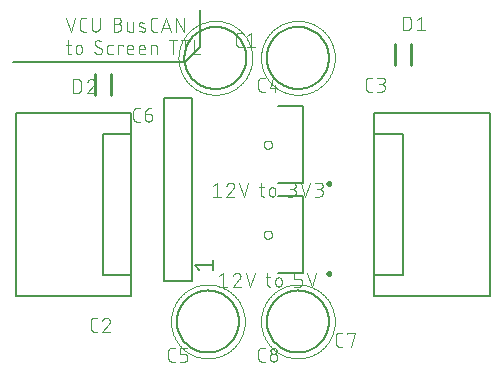
<source format=gbr>
G04 EAGLE Gerber RS-274X export*
G75*
%MOMM*%
%FSLAX34Y34*%
%LPD*%
%INSilkscreen Top*%
%IPPOS*%
%AMOC8*
5,1,8,0,0,1.08239X$1,22.5*%
G01*
%ADD10C,0.101600*%
%ADD11C,0.152400*%
%ADD12C,0.050000*%
%ADD13C,0.200000*%
%ADD14C,0.254000*%
%ADD15C,0.250000*%
%ADD16C,0.203200*%
%ADD17C,0.127000*%


D10*
X44958Y285242D02*
X48853Y273558D01*
X52747Y285242D01*
X59600Y273558D02*
X62197Y273558D01*
X59600Y273558D02*
X59501Y273560D01*
X59401Y273566D01*
X59302Y273575D01*
X59204Y273588D01*
X59106Y273605D01*
X59008Y273626D01*
X58912Y273651D01*
X58817Y273679D01*
X58723Y273711D01*
X58630Y273746D01*
X58538Y273785D01*
X58448Y273828D01*
X58360Y273873D01*
X58273Y273923D01*
X58189Y273975D01*
X58106Y274031D01*
X58026Y274089D01*
X57948Y274151D01*
X57873Y274216D01*
X57800Y274284D01*
X57730Y274354D01*
X57662Y274427D01*
X57597Y274502D01*
X57535Y274580D01*
X57477Y274660D01*
X57421Y274743D01*
X57369Y274827D01*
X57319Y274914D01*
X57274Y275002D01*
X57231Y275092D01*
X57192Y275184D01*
X57157Y275277D01*
X57125Y275371D01*
X57097Y275466D01*
X57072Y275562D01*
X57051Y275660D01*
X57034Y275758D01*
X57021Y275856D01*
X57012Y275955D01*
X57006Y276055D01*
X57004Y276154D01*
X57004Y282646D01*
X57006Y282745D01*
X57012Y282845D01*
X57021Y282944D01*
X57034Y283042D01*
X57051Y283140D01*
X57072Y283238D01*
X57097Y283334D01*
X57125Y283429D01*
X57157Y283523D01*
X57192Y283616D01*
X57231Y283708D01*
X57274Y283798D01*
X57319Y283886D01*
X57369Y283973D01*
X57421Y284057D01*
X57477Y284140D01*
X57535Y284220D01*
X57597Y284298D01*
X57662Y284373D01*
X57730Y284446D01*
X57800Y284516D01*
X57873Y284584D01*
X57948Y284649D01*
X58026Y284711D01*
X58106Y284769D01*
X58189Y284825D01*
X58273Y284877D01*
X58360Y284927D01*
X58448Y284972D01*
X58538Y285015D01*
X58630Y285054D01*
X58722Y285089D01*
X58817Y285121D01*
X58912Y285149D01*
X59008Y285174D01*
X59106Y285195D01*
X59204Y285212D01*
X59302Y285225D01*
X59401Y285234D01*
X59501Y285240D01*
X59600Y285242D01*
X62197Y285242D01*
X66943Y285242D02*
X66943Y276804D01*
X66945Y276691D01*
X66951Y276578D01*
X66961Y276465D01*
X66975Y276352D01*
X66992Y276240D01*
X67014Y276129D01*
X67039Y276019D01*
X67069Y275909D01*
X67102Y275801D01*
X67139Y275694D01*
X67179Y275588D01*
X67224Y275484D01*
X67272Y275381D01*
X67323Y275280D01*
X67378Y275181D01*
X67436Y275084D01*
X67498Y274989D01*
X67563Y274896D01*
X67631Y274806D01*
X67702Y274718D01*
X67777Y274632D01*
X67854Y274549D01*
X67934Y274469D01*
X68017Y274392D01*
X68103Y274317D01*
X68191Y274246D01*
X68281Y274178D01*
X68374Y274113D01*
X68469Y274051D01*
X68566Y273993D01*
X68665Y273938D01*
X68766Y273887D01*
X68869Y273839D01*
X68973Y273794D01*
X69079Y273754D01*
X69186Y273717D01*
X69294Y273684D01*
X69404Y273654D01*
X69514Y273629D01*
X69625Y273607D01*
X69737Y273590D01*
X69850Y273576D01*
X69963Y273566D01*
X70076Y273560D01*
X70189Y273558D01*
X70302Y273560D01*
X70415Y273566D01*
X70528Y273576D01*
X70641Y273590D01*
X70753Y273607D01*
X70864Y273629D01*
X70974Y273654D01*
X71084Y273684D01*
X71192Y273717D01*
X71299Y273754D01*
X71405Y273794D01*
X71509Y273839D01*
X71612Y273887D01*
X71713Y273938D01*
X71812Y273993D01*
X71909Y274051D01*
X72004Y274113D01*
X72097Y274178D01*
X72187Y274246D01*
X72275Y274317D01*
X72361Y274392D01*
X72444Y274469D01*
X72524Y274549D01*
X72601Y274632D01*
X72676Y274718D01*
X72747Y274806D01*
X72815Y274896D01*
X72880Y274989D01*
X72942Y275084D01*
X73000Y275181D01*
X73055Y275280D01*
X73106Y275381D01*
X73154Y275484D01*
X73199Y275588D01*
X73239Y275694D01*
X73276Y275801D01*
X73309Y275909D01*
X73339Y276019D01*
X73364Y276129D01*
X73386Y276240D01*
X73403Y276352D01*
X73417Y276465D01*
X73427Y276578D01*
X73433Y276691D01*
X73435Y276804D01*
X73434Y276804D02*
X73434Y285242D01*
X85400Y280049D02*
X88646Y280049D01*
X88646Y280050D02*
X88759Y280048D01*
X88872Y280042D01*
X88985Y280032D01*
X89098Y280018D01*
X89210Y280001D01*
X89321Y279979D01*
X89431Y279954D01*
X89541Y279924D01*
X89649Y279891D01*
X89756Y279854D01*
X89862Y279814D01*
X89966Y279769D01*
X90069Y279721D01*
X90170Y279670D01*
X90269Y279615D01*
X90366Y279557D01*
X90461Y279495D01*
X90554Y279430D01*
X90644Y279362D01*
X90732Y279291D01*
X90818Y279216D01*
X90901Y279139D01*
X90981Y279059D01*
X91058Y278976D01*
X91133Y278890D01*
X91204Y278802D01*
X91272Y278712D01*
X91337Y278619D01*
X91399Y278524D01*
X91457Y278427D01*
X91512Y278328D01*
X91563Y278227D01*
X91611Y278124D01*
X91656Y278020D01*
X91696Y277914D01*
X91733Y277807D01*
X91766Y277699D01*
X91796Y277589D01*
X91821Y277479D01*
X91843Y277368D01*
X91860Y277256D01*
X91874Y277143D01*
X91884Y277030D01*
X91890Y276917D01*
X91892Y276804D01*
X91890Y276691D01*
X91884Y276578D01*
X91874Y276465D01*
X91860Y276352D01*
X91843Y276240D01*
X91821Y276129D01*
X91796Y276019D01*
X91766Y275909D01*
X91733Y275801D01*
X91696Y275694D01*
X91656Y275588D01*
X91611Y275484D01*
X91563Y275381D01*
X91512Y275280D01*
X91457Y275181D01*
X91399Y275084D01*
X91337Y274989D01*
X91272Y274896D01*
X91204Y274806D01*
X91133Y274718D01*
X91058Y274632D01*
X90981Y274549D01*
X90901Y274469D01*
X90818Y274392D01*
X90732Y274317D01*
X90644Y274246D01*
X90554Y274178D01*
X90461Y274113D01*
X90366Y274051D01*
X90269Y273993D01*
X90170Y273938D01*
X90069Y273887D01*
X89966Y273839D01*
X89862Y273794D01*
X89756Y273754D01*
X89649Y273717D01*
X89541Y273684D01*
X89431Y273654D01*
X89321Y273629D01*
X89210Y273607D01*
X89098Y273590D01*
X88985Y273576D01*
X88872Y273566D01*
X88759Y273560D01*
X88646Y273558D01*
X85400Y273558D01*
X85400Y285242D01*
X88646Y285242D01*
X88747Y285240D01*
X88847Y285234D01*
X88947Y285224D01*
X89047Y285211D01*
X89146Y285193D01*
X89245Y285172D01*
X89342Y285147D01*
X89439Y285118D01*
X89534Y285085D01*
X89628Y285049D01*
X89720Y285009D01*
X89811Y284966D01*
X89900Y284919D01*
X89987Y284869D01*
X90073Y284815D01*
X90156Y284758D01*
X90236Y284698D01*
X90315Y284635D01*
X90391Y284568D01*
X90464Y284499D01*
X90534Y284427D01*
X90602Y284353D01*
X90667Y284276D01*
X90728Y284196D01*
X90787Y284114D01*
X90842Y284030D01*
X90894Y283944D01*
X90943Y283856D01*
X90988Y283766D01*
X91030Y283674D01*
X91068Y283581D01*
X91102Y283486D01*
X91133Y283391D01*
X91160Y283294D01*
X91183Y283196D01*
X91203Y283097D01*
X91218Y282997D01*
X91230Y282897D01*
X91238Y282797D01*
X91242Y282696D01*
X91242Y282596D01*
X91238Y282495D01*
X91230Y282395D01*
X91218Y282295D01*
X91203Y282195D01*
X91183Y282096D01*
X91160Y281998D01*
X91133Y281901D01*
X91102Y281806D01*
X91068Y281711D01*
X91030Y281618D01*
X90988Y281526D01*
X90943Y281436D01*
X90894Y281348D01*
X90842Y281262D01*
X90787Y281178D01*
X90728Y281096D01*
X90667Y281016D01*
X90602Y280939D01*
X90534Y280865D01*
X90464Y280793D01*
X90391Y280724D01*
X90315Y280657D01*
X90236Y280594D01*
X90156Y280534D01*
X90073Y280477D01*
X89987Y280423D01*
X89900Y280373D01*
X89811Y280326D01*
X89720Y280283D01*
X89628Y280243D01*
X89534Y280207D01*
X89439Y280174D01*
X89342Y280145D01*
X89245Y280120D01*
X89146Y280099D01*
X89047Y280081D01*
X88947Y280068D01*
X88847Y280058D01*
X88747Y280052D01*
X88646Y280050D01*
X96548Y281347D02*
X96548Y275505D01*
X96550Y275418D01*
X96556Y275330D01*
X96566Y275244D01*
X96579Y275157D01*
X96597Y275072D01*
X96618Y274987D01*
X96643Y274903D01*
X96672Y274821D01*
X96705Y274740D01*
X96741Y274660D01*
X96780Y274582D01*
X96824Y274506D01*
X96870Y274432D01*
X96920Y274361D01*
X96973Y274291D01*
X97029Y274224D01*
X97088Y274160D01*
X97150Y274098D01*
X97214Y274039D01*
X97281Y273983D01*
X97351Y273930D01*
X97422Y273880D01*
X97496Y273834D01*
X97572Y273790D01*
X97650Y273751D01*
X97730Y273715D01*
X97811Y273682D01*
X97893Y273653D01*
X97977Y273628D01*
X98062Y273607D01*
X98147Y273589D01*
X98234Y273576D01*
X98320Y273566D01*
X98408Y273560D01*
X98495Y273558D01*
X101741Y273558D01*
X101741Y281347D01*
X107809Y278102D02*
X111054Y276804D01*
X107809Y278101D02*
X107734Y278134D01*
X107660Y278170D01*
X107588Y278209D01*
X107518Y278252D01*
X107451Y278298D01*
X107385Y278348D01*
X107323Y278400D01*
X107262Y278456D01*
X107205Y278514D01*
X107150Y278575D01*
X107099Y278639D01*
X107051Y278705D01*
X107006Y278774D01*
X106964Y278844D01*
X106926Y278917D01*
X106891Y278991D01*
X106860Y279067D01*
X106833Y279144D01*
X106810Y279223D01*
X106790Y279302D01*
X106775Y279383D01*
X106763Y279464D01*
X106755Y279546D01*
X106751Y279627D01*
X106752Y279709D01*
X106756Y279791D01*
X106764Y279873D01*
X106776Y279954D01*
X106792Y280034D01*
X106812Y280114D01*
X106836Y280192D01*
X106864Y280269D01*
X106895Y280345D01*
X106930Y280419D01*
X106968Y280491D01*
X107010Y280562D01*
X107056Y280630D01*
X107104Y280696D01*
X107156Y280759D01*
X107211Y280820D01*
X107269Y280878D01*
X107329Y280934D01*
X107392Y280986D01*
X107458Y281035D01*
X107526Y281081D01*
X107596Y281123D01*
X107668Y281163D01*
X107742Y281198D01*
X107817Y281230D01*
X107894Y281258D01*
X107972Y281282D01*
X108052Y281303D01*
X108132Y281320D01*
X108213Y281332D01*
X108294Y281341D01*
X108376Y281346D01*
X108458Y281347D01*
X108635Y281343D01*
X108812Y281334D01*
X108989Y281320D01*
X109166Y281303D01*
X109341Y281281D01*
X109517Y281256D01*
X109691Y281225D01*
X109865Y281191D01*
X110038Y281153D01*
X110210Y281110D01*
X110381Y281063D01*
X110551Y281013D01*
X110720Y280958D01*
X110887Y280899D01*
X111052Y280836D01*
X111217Y280769D01*
X111379Y280698D01*
X111054Y276804D02*
X111129Y276771D01*
X111203Y276735D01*
X111275Y276696D01*
X111345Y276653D01*
X111412Y276607D01*
X111478Y276557D01*
X111540Y276505D01*
X111601Y276449D01*
X111658Y276391D01*
X111713Y276330D01*
X111764Y276266D01*
X111812Y276200D01*
X111857Y276131D01*
X111899Y276061D01*
X111937Y275988D01*
X111972Y275914D01*
X112003Y275838D01*
X112030Y275761D01*
X112053Y275682D01*
X112073Y275603D01*
X112088Y275522D01*
X112100Y275441D01*
X112108Y275359D01*
X112112Y275278D01*
X112111Y275196D01*
X112107Y275114D01*
X112099Y275032D01*
X112087Y274951D01*
X112071Y274871D01*
X112051Y274791D01*
X112027Y274713D01*
X111999Y274636D01*
X111968Y274560D01*
X111933Y274486D01*
X111895Y274414D01*
X111853Y274343D01*
X111807Y274275D01*
X111759Y274209D01*
X111707Y274146D01*
X111652Y274085D01*
X111594Y274027D01*
X111534Y273971D01*
X111471Y273919D01*
X111405Y273870D01*
X111337Y273824D01*
X111267Y273782D01*
X111195Y273742D01*
X111121Y273707D01*
X111046Y273675D01*
X110969Y273647D01*
X110891Y273623D01*
X110811Y273602D01*
X110731Y273585D01*
X110650Y273573D01*
X110569Y273564D01*
X110487Y273559D01*
X110405Y273558D01*
X110145Y273565D01*
X109885Y273578D01*
X109625Y273597D01*
X109366Y273622D01*
X109107Y273654D01*
X108850Y273691D01*
X108593Y273735D01*
X108337Y273784D01*
X108083Y273840D01*
X107830Y273901D01*
X107579Y273969D01*
X107329Y274043D01*
X107081Y274122D01*
X106835Y274207D01*
X119417Y273558D02*
X122014Y273558D01*
X119417Y273558D02*
X119318Y273560D01*
X119218Y273566D01*
X119119Y273575D01*
X119021Y273588D01*
X118923Y273605D01*
X118825Y273626D01*
X118729Y273651D01*
X118634Y273679D01*
X118540Y273711D01*
X118447Y273746D01*
X118355Y273785D01*
X118265Y273828D01*
X118177Y273873D01*
X118090Y273923D01*
X118006Y273975D01*
X117923Y274031D01*
X117843Y274089D01*
X117765Y274151D01*
X117690Y274216D01*
X117617Y274284D01*
X117547Y274354D01*
X117479Y274427D01*
X117414Y274502D01*
X117352Y274580D01*
X117294Y274660D01*
X117238Y274743D01*
X117186Y274827D01*
X117136Y274914D01*
X117091Y275002D01*
X117048Y275092D01*
X117009Y275184D01*
X116974Y275277D01*
X116942Y275371D01*
X116914Y275466D01*
X116889Y275562D01*
X116868Y275660D01*
X116851Y275758D01*
X116838Y275856D01*
X116829Y275955D01*
X116823Y276055D01*
X116821Y276154D01*
X116821Y282646D01*
X116823Y282745D01*
X116829Y282845D01*
X116838Y282944D01*
X116851Y283042D01*
X116868Y283140D01*
X116889Y283238D01*
X116914Y283334D01*
X116942Y283429D01*
X116974Y283523D01*
X117009Y283616D01*
X117048Y283708D01*
X117091Y283798D01*
X117136Y283886D01*
X117186Y283973D01*
X117238Y284057D01*
X117294Y284140D01*
X117352Y284220D01*
X117414Y284298D01*
X117479Y284373D01*
X117547Y284446D01*
X117617Y284516D01*
X117690Y284584D01*
X117765Y284649D01*
X117843Y284711D01*
X117923Y284769D01*
X118006Y284825D01*
X118090Y284877D01*
X118177Y284927D01*
X118265Y284972D01*
X118355Y285015D01*
X118447Y285054D01*
X118539Y285089D01*
X118634Y285121D01*
X118729Y285149D01*
X118825Y285174D01*
X118923Y285195D01*
X119021Y285212D01*
X119119Y285225D01*
X119218Y285234D01*
X119318Y285240D01*
X119417Y285242D01*
X122014Y285242D01*
X129625Y285242D02*
X125730Y273558D01*
X133519Y273558D02*
X129625Y285242D01*
X132546Y276479D02*
X126704Y276479D01*
X138190Y273558D02*
X138190Y285242D01*
X144681Y273558D01*
X144681Y285242D01*
X48853Y262297D02*
X44958Y262297D01*
X46256Y266192D02*
X46256Y256455D01*
X46257Y256455D02*
X46259Y256368D01*
X46265Y256280D01*
X46275Y256194D01*
X46288Y256107D01*
X46306Y256022D01*
X46327Y255937D01*
X46352Y255853D01*
X46381Y255771D01*
X46414Y255690D01*
X46450Y255610D01*
X46489Y255532D01*
X46533Y255456D01*
X46579Y255382D01*
X46629Y255311D01*
X46682Y255241D01*
X46738Y255174D01*
X46797Y255110D01*
X46859Y255048D01*
X46923Y254989D01*
X46990Y254933D01*
X47060Y254880D01*
X47131Y254830D01*
X47205Y254784D01*
X47281Y254740D01*
X47359Y254701D01*
X47439Y254665D01*
X47520Y254632D01*
X47602Y254603D01*
X47686Y254578D01*
X47771Y254557D01*
X47856Y254539D01*
X47943Y254526D01*
X48029Y254516D01*
X48117Y254510D01*
X48204Y254508D01*
X48853Y254508D01*
X53164Y257104D02*
X53164Y259701D01*
X53165Y259701D02*
X53167Y259802D01*
X53173Y259902D01*
X53183Y260002D01*
X53196Y260102D01*
X53214Y260201D01*
X53235Y260300D01*
X53260Y260397D01*
X53289Y260494D01*
X53322Y260589D01*
X53358Y260683D01*
X53398Y260775D01*
X53441Y260866D01*
X53488Y260955D01*
X53538Y261042D01*
X53592Y261128D01*
X53649Y261211D01*
X53709Y261291D01*
X53772Y261370D01*
X53839Y261446D01*
X53908Y261519D01*
X53980Y261589D01*
X54054Y261657D01*
X54131Y261722D01*
X54211Y261783D01*
X54293Y261842D01*
X54377Y261897D01*
X54463Y261949D01*
X54551Y261998D01*
X54641Y262043D01*
X54733Y262085D01*
X54826Y262123D01*
X54921Y262157D01*
X55016Y262188D01*
X55113Y262215D01*
X55211Y262238D01*
X55310Y262258D01*
X55410Y262273D01*
X55510Y262285D01*
X55610Y262293D01*
X55711Y262297D01*
X55811Y262297D01*
X55912Y262293D01*
X56012Y262285D01*
X56112Y262273D01*
X56212Y262258D01*
X56311Y262238D01*
X56409Y262215D01*
X56506Y262188D01*
X56601Y262157D01*
X56696Y262123D01*
X56789Y262085D01*
X56881Y262043D01*
X56971Y261998D01*
X57059Y261949D01*
X57145Y261897D01*
X57229Y261842D01*
X57311Y261783D01*
X57391Y261722D01*
X57468Y261657D01*
X57542Y261589D01*
X57614Y261519D01*
X57683Y261446D01*
X57750Y261370D01*
X57813Y261291D01*
X57873Y261211D01*
X57930Y261128D01*
X57984Y261042D01*
X58034Y260955D01*
X58081Y260866D01*
X58124Y260775D01*
X58164Y260683D01*
X58200Y260589D01*
X58233Y260494D01*
X58262Y260397D01*
X58287Y260300D01*
X58308Y260201D01*
X58326Y260102D01*
X58339Y260002D01*
X58349Y259902D01*
X58355Y259802D01*
X58357Y259701D01*
X58357Y257104D01*
X58355Y257003D01*
X58349Y256903D01*
X58339Y256803D01*
X58326Y256703D01*
X58308Y256604D01*
X58287Y256505D01*
X58262Y256408D01*
X58233Y256311D01*
X58200Y256216D01*
X58164Y256122D01*
X58124Y256030D01*
X58081Y255939D01*
X58034Y255850D01*
X57984Y255763D01*
X57930Y255677D01*
X57873Y255594D01*
X57813Y255514D01*
X57750Y255435D01*
X57683Y255359D01*
X57614Y255286D01*
X57542Y255216D01*
X57468Y255148D01*
X57391Y255083D01*
X57311Y255022D01*
X57229Y254963D01*
X57145Y254908D01*
X57059Y254856D01*
X56971Y254807D01*
X56881Y254762D01*
X56789Y254720D01*
X56696Y254682D01*
X56601Y254648D01*
X56506Y254617D01*
X56409Y254590D01*
X56311Y254567D01*
X56212Y254547D01*
X56112Y254532D01*
X56012Y254520D01*
X55912Y254512D01*
X55811Y254508D01*
X55711Y254508D01*
X55610Y254512D01*
X55510Y254520D01*
X55410Y254532D01*
X55310Y254547D01*
X55211Y254567D01*
X55113Y254590D01*
X55016Y254617D01*
X54921Y254648D01*
X54826Y254682D01*
X54733Y254720D01*
X54641Y254762D01*
X54551Y254807D01*
X54463Y254856D01*
X54377Y254908D01*
X54293Y254963D01*
X54211Y255022D01*
X54131Y255083D01*
X54054Y255148D01*
X53980Y255216D01*
X53908Y255286D01*
X53839Y255359D01*
X53772Y255435D01*
X53709Y255514D01*
X53649Y255594D01*
X53592Y255677D01*
X53538Y255763D01*
X53488Y255850D01*
X53441Y255939D01*
X53398Y256030D01*
X53358Y256122D01*
X53322Y256216D01*
X53289Y256311D01*
X53260Y256408D01*
X53235Y256505D01*
X53214Y256604D01*
X53196Y256703D01*
X53183Y256803D01*
X53173Y256903D01*
X53167Y257003D01*
X53165Y257104D01*
X72793Y254508D02*
X72892Y254510D01*
X72992Y254516D01*
X73091Y254525D01*
X73189Y254538D01*
X73287Y254555D01*
X73385Y254576D01*
X73481Y254601D01*
X73576Y254629D01*
X73670Y254661D01*
X73763Y254696D01*
X73855Y254735D01*
X73945Y254778D01*
X74033Y254823D01*
X74120Y254873D01*
X74204Y254925D01*
X74287Y254981D01*
X74367Y255039D01*
X74445Y255101D01*
X74520Y255166D01*
X74593Y255234D01*
X74663Y255304D01*
X74731Y255377D01*
X74796Y255452D01*
X74858Y255530D01*
X74916Y255610D01*
X74972Y255693D01*
X75024Y255777D01*
X75074Y255864D01*
X75119Y255952D01*
X75162Y256042D01*
X75201Y256134D01*
X75236Y256227D01*
X75268Y256321D01*
X75296Y256416D01*
X75321Y256512D01*
X75342Y256610D01*
X75359Y256708D01*
X75372Y256806D01*
X75381Y256905D01*
X75387Y257005D01*
X75389Y257104D01*
X72793Y254508D02*
X72649Y254510D01*
X72504Y254516D01*
X72360Y254525D01*
X72217Y254538D01*
X72073Y254555D01*
X71930Y254576D01*
X71788Y254601D01*
X71647Y254629D01*
X71506Y254661D01*
X71366Y254697D01*
X71227Y254736D01*
X71089Y254779D01*
X70953Y254826D01*
X70817Y254876D01*
X70683Y254930D01*
X70551Y254987D01*
X70420Y255048D01*
X70291Y255112D01*
X70163Y255180D01*
X70037Y255250D01*
X69913Y255325D01*
X69792Y255402D01*
X69672Y255483D01*
X69554Y255566D01*
X69439Y255653D01*
X69326Y255743D01*
X69215Y255836D01*
X69107Y255931D01*
X69001Y256030D01*
X68898Y256131D01*
X69223Y263596D02*
X69225Y263695D01*
X69231Y263795D01*
X69240Y263894D01*
X69253Y263992D01*
X69270Y264090D01*
X69291Y264188D01*
X69316Y264284D01*
X69344Y264379D01*
X69376Y264473D01*
X69411Y264566D01*
X69450Y264658D01*
X69493Y264748D01*
X69538Y264836D01*
X69588Y264923D01*
X69640Y265007D01*
X69696Y265090D01*
X69754Y265170D01*
X69816Y265248D01*
X69881Y265323D01*
X69949Y265396D01*
X70019Y265466D01*
X70092Y265534D01*
X70167Y265599D01*
X70245Y265661D01*
X70325Y265719D01*
X70408Y265775D01*
X70492Y265827D01*
X70579Y265877D01*
X70667Y265922D01*
X70757Y265965D01*
X70849Y266004D01*
X70942Y266039D01*
X71036Y266071D01*
X71131Y266099D01*
X71228Y266124D01*
X71325Y266145D01*
X71423Y266162D01*
X71521Y266175D01*
X71620Y266184D01*
X71720Y266190D01*
X71819Y266192D01*
X71955Y266190D01*
X72091Y266184D01*
X72227Y266175D01*
X72363Y266162D01*
X72498Y266144D01*
X72632Y266124D01*
X72766Y266099D01*
X72900Y266071D01*
X73032Y266038D01*
X73163Y266003D01*
X73294Y265963D01*
X73423Y265920D01*
X73551Y265874D01*
X73677Y265823D01*
X73803Y265770D01*
X73926Y265712D01*
X74048Y265652D01*
X74168Y265588D01*
X74287Y265520D01*
X74403Y265450D01*
X74517Y265376D01*
X74630Y265299D01*
X74740Y265218D01*
X70521Y261324D02*
X70435Y261377D01*
X70351Y261434D01*
X70269Y261493D01*
X70189Y261556D01*
X70112Y261622D01*
X70037Y261690D01*
X69965Y261762D01*
X69896Y261836D01*
X69830Y261913D01*
X69767Y261992D01*
X69707Y262074D01*
X69650Y262158D01*
X69596Y262244D01*
X69546Y262332D01*
X69499Y262422D01*
X69455Y262513D01*
X69416Y262607D01*
X69379Y262701D01*
X69347Y262797D01*
X69318Y262895D01*
X69293Y262993D01*
X69272Y263092D01*
X69254Y263192D01*
X69241Y263292D01*
X69231Y263393D01*
X69225Y263495D01*
X69223Y263596D01*
X74091Y259376D02*
X74177Y259323D01*
X74261Y259266D01*
X74343Y259207D01*
X74423Y259144D01*
X74500Y259078D01*
X74575Y259010D01*
X74647Y258938D01*
X74716Y258864D01*
X74782Y258787D01*
X74845Y258708D01*
X74905Y258626D01*
X74962Y258542D01*
X75016Y258456D01*
X75066Y258368D01*
X75113Y258278D01*
X75157Y258187D01*
X75196Y258093D01*
X75233Y257999D01*
X75265Y257903D01*
X75294Y257805D01*
X75319Y257707D01*
X75340Y257608D01*
X75358Y257508D01*
X75371Y257408D01*
X75381Y257307D01*
X75387Y257205D01*
X75389Y257104D01*
X74091Y259376D02*
X70521Y261324D01*
X81795Y254508D02*
X84391Y254508D01*
X81795Y254508D02*
X81708Y254510D01*
X81620Y254516D01*
X81534Y254526D01*
X81447Y254539D01*
X81362Y254557D01*
X81277Y254578D01*
X81193Y254603D01*
X81111Y254632D01*
X81030Y254665D01*
X80950Y254701D01*
X80872Y254740D01*
X80796Y254784D01*
X80722Y254830D01*
X80651Y254880D01*
X80581Y254933D01*
X80514Y254989D01*
X80450Y255048D01*
X80388Y255110D01*
X80329Y255174D01*
X80273Y255241D01*
X80220Y255311D01*
X80170Y255382D01*
X80124Y255456D01*
X80080Y255532D01*
X80041Y255610D01*
X80005Y255690D01*
X79972Y255771D01*
X79943Y255853D01*
X79918Y255937D01*
X79897Y256022D01*
X79879Y256107D01*
X79866Y256194D01*
X79856Y256280D01*
X79850Y256368D01*
X79848Y256455D01*
X79848Y260350D01*
X79850Y260437D01*
X79856Y260525D01*
X79866Y260611D01*
X79879Y260698D01*
X79897Y260783D01*
X79918Y260868D01*
X79943Y260952D01*
X79972Y261034D01*
X80005Y261115D01*
X80041Y261195D01*
X80080Y261273D01*
X80124Y261349D01*
X80170Y261423D01*
X80220Y261494D01*
X80273Y261564D01*
X80329Y261631D01*
X80388Y261695D01*
X80450Y261757D01*
X80514Y261816D01*
X80581Y261872D01*
X80651Y261925D01*
X80722Y261975D01*
X80796Y262021D01*
X80872Y262065D01*
X80950Y262104D01*
X81030Y262140D01*
X81111Y262173D01*
X81193Y262202D01*
X81277Y262227D01*
X81362Y262248D01*
X81447Y262266D01*
X81534Y262279D01*
X81620Y262289D01*
X81708Y262295D01*
X81795Y262297D01*
X84391Y262297D01*
X89045Y262297D02*
X89045Y254508D01*
X89045Y262297D02*
X92939Y262297D01*
X92939Y260999D01*
X98546Y254508D02*
X101791Y254508D01*
X98546Y254508D02*
X98459Y254510D01*
X98371Y254516D01*
X98285Y254526D01*
X98198Y254539D01*
X98113Y254557D01*
X98028Y254578D01*
X97944Y254603D01*
X97862Y254632D01*
X97781Y254665D01*
X97701Y254701D01*
X97623Y254740D01*
X97547Y254784D01*
X97473Y254830D01*
X97402Y254880D01*
X97332Y254933D01*
X97265Y254989D01*
X97201Y255048D01*
X97139Y255110D01*
X97080Y255174D01*
X97024Y255241D01*
X96971Y255311D01*
X96921Y255382D01*
X96875Y255456D01*
X96831Y255532D01*
X96792Y255610D01*
X96756Y255690D01*
X96723Y255771D01*
X96694Y255853D01*
X96669Y255937D01*
X96648Y256022D01*
X96630Y256107D01*
X96617Y256194D01*
X96607Y256280D01*
X96601Y256368D01*
X96599Y256455D01*
X96598Y256455D02*
X96598Y259701D01*
X96599Y259701D02*
X96601Y259802D01*
X96607Y259902D01*
X96617Y260002D01*
X96630Y260102D01*
X96648Y260201D01*
X96669Y260300D01*
X96694Y260397D01*
X96723Y260494D01*
X96756Y260589D01*
X96792Y260683D01*
X96832Y260775D01*
X96875Y260866D01*
X96922Y260955D01*
X96972Y261042D01*
X97026Y261128D01*
X97083Y261211D01*
X97143Y261291D01*
X97206Y261370D01*
X97273Y261446D01*
X97342Y261519D01*
X97414Y261589D01*
X97488Y261657D01*
X97565Y261722D01*
X97645Y261783D01*
X97727Y261842D01*
X97811Y261897D01*
X97897Y261949D01*
X97985Y261998D01*
X98075Y262043D01*
X98167Y262085D01*
X98260Y262123D01*
X98355Y262157D01*
X98450Y262188D01*
X98547Y262215D01*
X98645Y262238D01*
X98744Y262258D01*
X98844Y262273D01*
X98944Y262285D01*
X99044Y262293D01*
X99145Y262297D01*
X99245Y262297D01*
X99346Y262293D01*
X99446Y262285D01*
X99546Y262273D01*
X99646Y262258D01*
X99745Y262238D01*
X99843Y262215D01*
X99940Y262188D01*
X100035Y262157D01*
X100130Y262123D01*
X100223Y262085D01*
X100315Y262043D01*
X100405Y261998D01*
X100493Y261949D01*
X100579Y261897D01*
X100663Y261842D01*
X100745Y261783D01*
X100825Y261722D01*
X100902Y261657D01*
X100976Y261589D01*
X101048Y261519D01*
X101117Y261446D01*
X101184Y261370D01*
X101247Y261291D01*
X101307Y261211D01*
X101364Y261128D01*
X101418Y261042D01*
X101468Y260955D01*
X101515Y260866D01*
X101558Y260775D01*
X101598Y260683D01*
X101634Y260589D01*
X101667Y260494D01*
X101696Y260397D01*
X101721Y260300D01*
X101742Y260201D01*
X101760Y260102D01*
X101773Y260002D01*
X101783Y259902D01*
X101789Y259802D01*
X101791Y259701D01*
X101791Y258403D01*
X96598Y258403D01*
X108452Y254508D02*
X111697Y254508D01*
X108452Y254508D02*
X108365Y254510D01*
X108277Y254516D01*
X108191Y254526D01*
X108104Y254539D01*
X108019Y254557D01*
X107934Y254578D01*
X107850Y254603D01*
X107768Y254632D01*
X107687Y254665D01*
X107607Y254701D01*
X107529Y254740D01*
X107453Y254784D01*
X107379Y254830D01*
X107308Y254880D01*
X107238Y254933D01*
X107171Y254989D01*
X107107Y255048D01*
X107045Y255110D01*
X106986Y255174D01*
X106930Y255241D01*
X106877Y255311D01*
X106827Y255382D01*
X106781Y255456D01*
X106737Y255532D01*
X106698Y255610D01*
X106662Y255690D01*
X106629Y255771D01*
X106600Y255853D01*
X106575Y255937D01*
X106554Y256022D01*
X106536Y256107D01*
X106523Y256194D01*
X106513Y256280D01*
X106507Y256368D01*
X106505Y256455D01*
X106504Y256455D02*
X106504Y259701D01*
X106505Y259701D02*
X106507Y259802D01*
X106513Y259902D01*
X106523Y260002D01*
X106536Y260102D01*
X106554Y260201D01*
X106575Y260300D01*
X106600Y260397D01*
X106629Y260494D01*
X106662Y260589D01*
X106698Y260683D01*
X106738Y260775D01*
X106781Y260866D01*
X106828Y260955D01*
X106878Y261042D01*
X106932Y261128D01*
X106989Y261211D01*
X107049Y261291D01*
X107112Y261370D01*
X107179Y261446D01*
X107248Y261519D01*
X107320Y261589D01*
X107394Y261657D01*
X107471Y261722D01*
X107551Y261783D01*
X107633Y261842D01*
X107717Y261897D01*
X107803Y261949D01*
X107891Y261998D01*
X107981Y262043D01*
X108073Y262085D01*
X108166Y262123D01*
X108261Y262157D01*
X108356Y262188D01*
X108453Y262215D01*
X108551Y262238D01*
X108650Y262258D01*
X108750Y262273D01*
X108850Y262285D01*
X108950Y262293D01*
X109051Y262297D01*
X109151Y262297D01*
X109252Y262293D01*
X109352Y262285D01*
X109452Y262273D01*
X109552Y262258D01*
X109651Y262238D01*
X109749Y262215D01*
X109846Y262188D01*
X109941Y262157D01*
X110036Y262123D01*
X110129Y262085D01*
X110221Y262043D01*
X110311Y261998D01*
X110399Y261949D01*
X110485Y261897D01*
X110569Y261842D01*
X110651Y261783D01*
X110731Y261722D01*
X110808Y261657D01*
X110882Y261589D01*
X110954Y261519D01*
X111023Y261446D01*
X111090Y261370D01*
X111153Y261291D01*
X111213Y261211D01*
X111270Y261128D01*
X111324Y261042D01*
X111374Y260955D01*
X111421Y260866D01*
X111464Y260775D01*
X111504Y260683D01*
X111540Y260589D01*
X111573Y260494D01*
X111602Y260397D01*
X111627Y260300D01*
X111648Y260201D01*
X111666Y260102D01*
X111679Y260002D01*
X111689Y259902D01*
X111695Y259802D01*
X111697Y259701D01*
X111697Y258403D01*
X106504Y258403D01*
X116791Y254508D02*
X116791Y262297D01*
X120037Y262297D01*
X120124Y262295D01*
X120212Y262289D01*
X120298Y262279D01*
X120385Y262266D01*
X120470Y262248D01*
X120555Y262227D01*
X120639Y262202D01*
X120721Y262173D01*
X120802Y262140D01*
X120882Y262104D01*
X120960Y262065D01*
X121036Y262021D01*
X121110Y261975D01*
X121181Y261925D01*
X121251Y261872D01*
X121318Y261816D01*
X121382Y261757D01*
X121444Y261696D01*
X121503Y261631D01*
X121559Y261564D01*
X121612Y261494D01*
X121662Y261423D01*
X121708Y261349D01*
X121752Y261273D01*
X121791Y261195D01*
X121827Y261115D01*
X121860Y261034D01*
X121889Y260952D01*
X121914Y260868D01*
X121935Y260783D01*
X121953Y260698D01*
X121966Y260611D01*
X121976Y260525D01*
X121982Y260437D01*
X121984Y260350D01*
X121984Y254508D01*
X135771Y254508D02*
X135771Y266192D01*
X139016Y266192D02*
X132525Y266192D01*
X145677Y266192D02*
X145677Y254508D01*
X142431Y266192D02*
X148922Y266192D01*
X153503Y266192D02*
X153503Y254508D01*
X158695Y254508D01*
D11*
X146050Y247650D02*
X0Y247650D01*
X146050Y247650D02*
X158750Y260350D01*
X158750Y292100D01*
D12*
X140200Y251300D02*
X140209Y252067D01*
X140238Y252833D01*
X140285Y253599D01*
X140350Y254363D01*
X140435Y255125D01*
X140538Y255885D01*
X140660Y256643D01*
X140800Y257397D01*
X140959Y258147D01*
X141137Y258893D01*
X141332Y259635D01*
X141546Y260371D01*
X141777Y261103D01*
X142027Y261828D01*
X142294Y262547D01*
X142579Y263259D01*
X142881Y263964D01*
X143200Y264661D01*
X143537Y265350D01*
X143890Y266031D01*
X144260Y266703D01*
X144646Y267366D01*
X145048Y268019D01*
X145467Y268662D01*
X145900Y269294D01*
X146350Y269916D01*
X146814Y270526D01*
X147293Y271125D01*
X147787Y271712D01*
X148295Y272286D01*
X148817Y272848D01*
X149353Y273397D01*
X149902Y273933D01*
X150464Y274455D01*
X151038Y274963D01*
X151625Y275457D01*
X152224Y275936D01*
X152834Y276400D01*
X153456Y276850D01*
X154088Y277283D01*
X154731Y277702D01*
X155384Y278104D01*
X156047Y278490D01*
X156719Y278860D01*
X157400Y279213D01*
X158089Y279550D01*
X158786Y279869D01*
X159491Y280171D01*
X160203Y280456D01*
X160922Y280723D01*
X161647Y280973D01*
X162379Y281204D01*
X163115Y281418D01*
X163857Y281613D01*
X164603Y281791D01*
X165353Y281950D01*
X166107Y282090D01*
X166865Y282212D01*
X167625Y282315D01*
X168387Y282400D01*
X169151Y282465D01*
X169917Y282512D01*
X170683Y282541D01*
X171450Y282550D01*
X172217Y282541D01*
X172983Y282512D01*
X173749Y282465D01*
X174513Y282400D01*
X175275Y282315D01*
X176035Y282212D01*
X176793Y282090D01*
X177547Y281950D01*
X178297Y281791D01*
X179043Y281613D01*
X179785Y281418D01*
X180521Y281204D01*
X181253Y280973D01*
X181978Y280723D01*
X182697Y280456D01*
X183409Y280171D01*
X184114Y279869D01*
X184811Y279550D01*
X185500Y279213D01*
X186181Y278860D01*
X186853Y278490D01*
X187516Y278104D01*
X188169Y277702D01*
X188812Y277283D01*
X189444Y276850D01*
X190066Y276400D01*
X190676Y275936D01*
X191275Y275457D01*
X191862Y274963D01*
X192436Y274455D01*
X192998Y273933D01*
X193547Y273397D01*
X194083Y272848D01*
X194605Y272286D01*
X195113Y271712D01*
X195607Y271125D01*
X196086Y270526D01*
X196550Y269916D01*
X197000Y269294D01*
X197433Y268662D01*
X197852Y268019D01*
X198254Y267366D01*
X198640Y266703D01*
X199010Y266031D01*
X199363Y265350D01*
X199700Y264661D01*
X200019Y263964D01*
X200321Y263259D01*
X200606Y262547D01*
X200873Y261828D01*
X201123Y261103D01*
X201354Y260371D01*
X201568Y259635D01*
X201763Y258893D01*
X201941Y258147D01*
X202100Y257397D01*
X202240Y256643D01*
X202362Y255885D01*
X202465Y255125D01*
X202550Y254363D01*
X202615Y253599D01*
X202662Y252833D01*
X202691Y252067D01*
X202700Y251300D01*
X202691Y250533D01*
X202662Y249767D01*
X202615Y249001D01*
X202550Y248237D01*
X202465Y247475D01*
X202362Y246715D01*
X202240Y245957D01*
X202100Y245203D01*
X201941Y244453D01*
X201763Y243707D01*
X201568Y242965D01*
X201354Y242229D01*
X201123Y241497D01*
X200873Y240772D01*
X200606Y240053D01*
X200321Y239341D01*
X200019Y238636D01*
X199700Y237939D01*
X199363Y237250D01*
X199010Y236569D01*
X198640Y235897D01*
X198254Y235234D01*
X197852Y234581D01*
X197433Y233938D01*
X197000Y233306D01*
X196550Y232684D01*
X196086Y232074D01*
X195607Y231475D01*
X195113Y230888D01*
X194605Y230314D01*
X194083Y229752D01*
X193547Y229203D01*
X192998Y228667D01*
X192436Y228145D01*
X191862Y227637D01*
X191275Y227143D01*
X190676Y226664D01*
X190066Y226200D01*
X189444Y225750D01*
X188812Y225317D01*
X188169Y224898D01*
X187516Y224496D01*
X186853Y224110D01*
X186181Y223740D01*
X185500Y223387D01*
X184811Y223050D01*
X184114Y222731D01*
X183409Y222429D01*
X182697Y222144D01*
X181978Y221877D01*
X181253Y221627D01*
X180521Y221396D01*
X179785Y221182D01*
X179043Y220987D01*
X178297Y220809D01*
X177547Y220650D01*
X176793Y220510D01*
X176035Y220388D01*
X175275Y220285D01*
X174513Y220200D01*
X173749Y220135D01*
X172983Y220088D01*
X172217Y220059D01*
X171450Y220050D01*
X170683Y220059D01*
X169917Y220088D01*
X169151Y220135D01*
X168387Y220200D01*
X167625Y220285D01*
X166865Y220388D01*
X166107Y220510D01*
X165353Y220650D01*
X164603Y220809D01*
X163857Y220987D01*
X163115Y221182D01*
X162379Y221396D01*
X161647Y221627D01*
X160922Y221877D01*
X160203Y222144D01*
X159491Y222429D01*
X158786Y222731D01*
X158089Y223050D01*
X157400Y223387D01*
X156719Y223740D01*
X156047Y224110D01*
X155384Y224496D01*
X154731Y224898D01*
X154088Y225317D01*
X153456Y225750D01*
X152834Y226200D01*
X152224Y226664D01*
X151625Y227143D01*
X151038Y227637D01*
X150464Y228145D01*
X149902Y228667D01*
X149353Y229203D01*
X148817Y229752D01*
X148295Y230314D01*
X147787Y230888D01*
X147293Y231475D01*
X146814Y232074D01*
X146350Y232684D01*
X145900Y233306D01*
X145467Y233938D01*
X145048Y234581D01*
X144646Y235234D01*
X144260Y235897D01*
X143890Y236569D01*
X143537Y237250D01*
X143200Y237939D01*
X142881Y238636D01*
X142579Y239341D01*
X142294Y240053D01*
X142027Y240772D01*
X141777Y241497D01*
X141546Y242229D01*
X141332Y242965D01*
X141137Y243707D01*
X140959Y244453D01*
X140800Y245203D01*
X140660Y245957D01*
X140538Y246715D01*
X140435Y247475D01*
X140350Y248237D01*
X140285Y249001D01*
X140238Y249767D01*
X140209Y250533D01*
X140200Y251300D01*
D13*
X145200Y251300D02*
X145208Y251944D01*
X145232Y252588D01*
X145271Y253231D01*
X145326Y253873D01*
X145397Y254513D01*
X145484Y255152D01*
X145586Y255788D01*
X145704Y256421D01*
X145838Y257051D01*
X145987Y257678D01*
X146151Y258301D01*
X146330Y258920D01*
X146525Y259534D01*
X146734Y260143D01*
X146959Y260747D01*
X147198Y261345D01*
X147452Y261938D01*
X147720Y262523D01*
X148003Y263102D01*
X148300Y263674D01*
X148610Y264239D01*
X148935Y264795D01*
X149273Y265344D01*
X149624Y265884D01*
X149988Y266415D01*
X150366Y266937D01*
X150756Y267450D01*
X151158Y267953D01*
X151573Y268446D01*
X152000Y268928D01*
X152439Y269400D01*
X152888Y269862D01*
X153350Y270311D01*
X153822Y270750D01*
X154304Y271177D01*
X154797Y271592D01*
X155300Y271994D01*
X155813Y272384D01*
X156335Y272762D01*
X156866Y273126D01*
X157406Y273477D01*
X157955Y273815D01*
X158511Y274140D01*
X159076Y274450D01*
X159648Y274747D01*
X160227Y275030D01*
X160812Y275298D01*
X161405Y275552D01*
X162003Y275791D01*
X162607Y276016D01*
X163216Y276225D01*
X163830Y276420D01*
X164449Y276599D01*
X165072Y276763D01*
X165699Y276912D01*
X166329Y277046D01*
X166962Y277164D01*
X167598Y277266D01*
X168237Y277353D01*
X168877Y277424D01*
X169519Y277479D01*
X170162Y277518D01*
X170806Y277542D01*
X171450Y277550D01*
X172094Y277542D01*
X172738Y277518D01*
X173381Y277479D01*
X174023Y277424D01*
X174663Y277353D01*
X175302Y277266D01*
X175938Y277164D01*
X176571Y277046D01*
X177201Y276912D01*
X177828Y276763D01*
X178451Y276599D01*
X179070Y276420D01*
X179684Y276225D01*
X180293Y276016D01*
X180897Y275791D01*
X181495Y275552D01*
X182088Y275298D01*
X182673Y275030D01*
X183252Y274747D01*
X183824Y274450D01*
X184389Y274140D01*
X184945Y273815D01*
X185494Y273477D01*
X186034Y273126D01*
X186565Y272762D01*
X187087Y272384D01*
X187600Y271994D01*
X188103Y271592D01*
X188596Y271177D01*
X189078Y270750D01*
X189550Y270311D01*
X190012Y269862D01*
X190461Y269400D01*
X190900Y268928D01*
X191327Y268446D01*
X191742Y267953D01*
X192144Y267450D01*
X192534Y266937D01*
X192912Y266415D01*
X193276Y265884D01*
X193627Y265344D01*
X193965Y264795D01*
X194290Y264239D01*
X194600Y263674D01*
X194897Y263102D01*
X195180Y262523D01*
X195448Y261938D01*
X195702Y261345D01*
X195941Y260747D01*
X196166Y260143D01*
X196375Y259534D01*
X196570Y258920D01*
X196749Y258301D01*
X196913Y257678D01*
X197062Y257051D01*
X197196Y256421D01*
X197314Y255788D01*
X197416Y255152D01*
X197503Y254513D01*
X197574Y253873D01*
X197629Y253231D01*
X197668Y252588D01*
X197692Y251944D01*
X197700Y251300D01*
X197692Y250656D01*
X197668Y250012D01*
X197629Y249369D01*
X197574Y248727D01*
X197503Y248087D01*
X197416Y247448D01*
X197314Y246812D01*
X197196Y246179D01*
X197062Y245549D01*
X196913Y244922D01*
X196749Y244299D01*
X196570Y243680D01*
X196375Y243066D01*
X196166Y242457D01*
X195941Y241853D01*
X195702Y241255D01*
X195448Y240662D01*
X195180Y240077D01*
X194897Y239498D01*
X194600Y238926D01*
X194290Y238361D01*
X193965Y237805D01*
X193627Y237256D01*
X193276Y236716D01*
X192912Y236185D01*
X192534Y235663D01*
X192144Y235150D01*
X191742Y234647D01*
X191327Y234154D01*
X190900Y233672D01*
X190461Y233200D01*
X190012Y232738D01*
X189550Y232289D01*
X189078Y231850D01*
X188596Y231423D01*
X188103Y231008D01*
X187600Y230606D01*
X187087Y230216D01*
X186565Y229838D01*
X186034Y229474D01*
X185494Y229123D01*
X184945Y228785D01*
X184389Y228460D01*
X183824Y228150D01*
X183252Y227853D01*
X182673Y227570D01*
X182088Y227302D01*
X181495Y227048D01*
X180897Y226809D01*
X180293Y226584D01*
X179684Y226375D01*
X179070Y226180D01*
X178451Y226001D01*
X177828Y225837D01*
X177201Y225688D01*
X176571Y225554D01*
X175938Y225436D01*
X175302Y225334D01*
X174663Y225247D01*
X174023Y225176D01*
X173381Y225121D01*
X172738Y225082D01*
X172094Y225058D01*
X171450Y225050D01*
X170806Y225058D01*
X170162Y225082D01*
X169519Y225121D01*
X168877Y225176D01*
X168237Y225247D01*
X167598Y225334D01*
X166962Y225436D01*
X166329Y225554D01*
X165699Y225688D01*
X165072Y225837D01*
X164449Y226001D01*
X163830Y226180D01*
X163216Y226375D01*
X162607Y226584D01*
X162003Y226809D01*
X161405Y227048D01*
X160812Y227302D01*
X160227Y227570D01*
X159648Y227853D01*
X159076Y228150D01*
X158511Y228460D01*
X157955Y228785D01*
X157406Y229123D01*
X156866Y229474D01*
X156335Y229838D01*
X155813Y230216D01*
X155300Y230606D01*
X154797Y231008D01*
X154304Y231423D01*
X153822Y231850D01*
X153350Y232289D01*
X152888Y232738D01*
X152439Y233200D01*
X152000Y233672D01*
X151573Y234154D01*
X151158Y234647D01*
X150756Y235150D01*
X150366Y235663D01*
X149988Y236185D01*
X149624Y236716D01*
X149273Y237256D01*
X148935Y237805D01*
X148610Y238361D01*
X148300Y238926D01*
X148003Y239498D01*
X147720Y240077D01*
X147452Y240662D01*
X147198Y241255D01*
X146959Y241853D01*
X146734Y242457D01*
X146525Y243066D01*
X146330Y243680D01*
X146151Y244299D01*
X145987Y244922D01*
X145838Y245549D01*
X145704Y246179D01*
X145586Y246812D01*
X145484Y247448D01*
X145397Y248087D01*
X145326Y248727D01*
X145271Y249369D01*
X145232Y250012D01*
X145208Y250656D01*
X145200Y251300D01*
D10*
X191422Y260858D02*
X194018Y260858D01*
X191422Y260858D02*
X191323Y260860D01*
X191223Y260866D01*
X191124Y260875D01*
X191026Y260888D01*
X190928Y260905D01*
X190830Y260926D01*
X190734Y260951D01*
X190639Y260979D01*
X190545Y261011D01*
X190452Y261046D01*
X190360Y261085D01*
X190270Y261128D01*
X190182Y261173D01*
X190095Y261223D01*
X190011Y261275D01*
X189928Y261331D01*
X189848Y261389D01*
X189770Y261451D01*
X189695Y261516D01*
X189622Y261584D01*
X189552Y261654D01*
X189484Y261727D01*
X189419Y261802D01*
X189357Y261880D01*
X189299Y261960D01*
X189243Y262043D01*
X189191Y262127D01*
X189141Y262214D01*
X189096Y262302D01*
X189053Y262392D01*
X189014Y262484D01*
X188979Y262577D01*
X188947Y262671D01*
X188919Y262766D01*
X188894Y262862D01*
X188873Y262960D01*
X188856Y263058D01*
X188843Y263156D01*
X188834Y263255D01*
X188828Y263355D01*
X188826Y263454D01*
X188825Y263454D02*
X188825Y269946D01*
X188826Y269946D02*
X188828Y270045D01*
X188834Y270145D01*
X188843Y270244D01*
X188856Y270342D01*
X188873Y270440D01*
X188894Y270538D01*
X188919Y270634D01*
X188947Y270729D01*
X188979Y270823D01*
X189014Y270916D01*
X189053Y271008D01*
X189096Y271098D01*
X189141Y271186D01*
X189191Y271273D01*
X189243Y271357D01*
X189299Y271440D01*
X189357Y271520D01*
X189419Y271598D01*
X189484Y271673D01*
X189552Y271746D01*
X189622Y271816D01*
X189695Y271884D01*
X189770Y271949D01*
X189848Y272011D01*
X189928Y272069D01*
X190011Y272125D01*
X190095Y272177D01*
X190182Y272227D01*
X190270Y272272D01*
X190360Y272315D01*
X190452Y272354D01*
X190544Y272389D01*
X190639Y272421D01*
X190734Y272449D01*
X190830Y272474D01*
X190928Y272495D01*
X191026Y272512D01*
X191124Y272525D01*
X191223Y272534D01*
X191323Y272540D01*
X191422Y272542D01*
X194018Y272542D01*
X198384Y269946D02*
X201629Y272542D01*
X201629Y260858D01*
X198384Y260858D02*
X204875Y260858D01*
X71186Y19558D02*
X68589Y19558D01*
X68490Y19560D01*
X68390Y19566D01*
X68291Y19575D01*
X68193Y19588D01*
X68095Y19605D01*
X67997Y19626D01*
X67901Y19651D01*
X67806Y19679D01*
X67712Y19711D01*
X67619Y19746D01*
X67527Y19785D01*
X67437Y19828D01*
X67349Y19873D01*
X67262Y19923D01*
X67178Y19975D01*
X67095Y20031D01*
X67015Y20089D01*
X66937Y20151D01*
X66862Y20216D01*
X66789Y20284D01*
X66719Y20354D01*
X66651Y20427D01*
X66586Y20502D01*
X66524Y20580D01*
X66466Y20660D01*
X66410Y20743D01*
X66358Y20827D01*
X66308Y20914D01*
X66263Y21002D01*
X66220Y21092D01*
X66181Y21184D01*
X66146Y21277D01*
X66114Y21371D01*
X66086Y21466D01*
X66061Y21562D01*
X66040Y21660D01*
X66023Y21758D01*
X66010Y21856D01*
X66001Y21955D01*
X65995Y22055D01*
X65993Y22154D01*
X65993Y28646D01*
X65995Y28745D01*
X66001Y28845D01*
X66010Y28944D01*
X66023Y29042D01*
X66040Y29140D01*
X66061Y29238D01*
X66086Y29334D01*
X66114Y29429D01*
X66146Y29523D01*
X66181Y29616D01*
X66220Y29708D01*
X66263Y29798D01*
X66308Y29886D01*
X66358Y29973D01*
X66410Y30057D01*
X66466Y30140D01*
X66524Y30220D01*
X66586Y30298D01*
X66651Y30373D01*
X66719Y30446D01*
X66789Y30516D01*
X66862Y30584D01*
X66937Y30649D01*
X67015Y30711D01*
X67095Y30769D01*
X67178Y30825D01*
X67262Y30877D01*
X67349Y30927D01*
X67437Y30972D01*
X67527Y31015D01*
X67619Y31054D01*
X67711Y31089D01*
X67806Y31121D01*
X67901Y31149D01*
X67997Y31174D01*
X68095Y31195D01*
X68193Y31212D01*
X68291Y31225D01*
X68390Y31234D01*
X68490Y31240D01*
X68589Y31242D01*
X71186Y31242D01*
X79121Y31242D02*
X79228Y31240D01*
X79334Y31234D01*
X79440Y31224D01*
X79546Y31211D01*
X79652Y31193D01*
X79756Y31172D01*
X79860Y31147D01*
X79963Y31118D01*
X80064Y31086D01*
X80164Y31049D01*
X80263Y31009D01*
X80361Y30966D01*
X80457Y30919D01*
X80551Y30868D01*
X80643Y30814D01*
X80733Y30757D01*
X80821Y30697D01*
X80906Y30633D01*
X80989Y30566D01*
X81070Y30496D01*
X81148Y30424D01*
X81224Y30348D01*
X81296Y30270D01*
X81366Y30189D01*
X81433Y30106D01*
X81497Y30021D01*
X81557Y29933D01*
X81614Y29843D01*
X81668Y29751D01*
X81719Y29657D01*
X81766Y29561D01*
X81809Y29463D01*
X81849Y29364D01*
X81886Y29264D01*
X81918Y29163D01*
X81947Y29060D01*
X81972Y28956D01*
X81993Y28852D01*
X82011Y28746D01*
X82024Y28640D01*
X82034Y28534D01*
X82040Y28428D01*
X82042Y28321D01*
X79121Y31242D02*
X79000Y31240D01*
X78879Y31234D01*
X78759Y31224D01*
X78638Y31211D01*
X78519Y31193D01*
X78399Y31172D01*
X78281Y31147D01*
X78164Y31118D01*
X78047Y31085D01*
X77932Y31049D01*
X77818Y31008D01*
X77705Y30965D01*
X77593Y30917D01*
X77484Y30866D01*
X77376Y30811D01*
X77269Y30753D01*
X77165Y30692D01*
X77063Y30627D01*
X76963Y30559D01*
X76865Y30488D01*
X76769Y30414D01*
X76676Y30337D01*
X76586Y30256D01*
X76498Y30173D01*
X76413Y30087D01*
X76330Y29998D01*
X76251Y29907D01*
X76174Y29813D01*
X76101Y29717D01*
X76031Y29619D01*
X75964Y29518D01*
X75900Y29415D01*
X75840Y29310D01*
X75783Y29203D01*
X75729Y29095D01*
X75679Y28985D01*
X75633Y28873D01*
X75590Y28760D01*
X75551Y28645D01*
X81069Y26049D02*
X81148Y26126D01*
X81224Y26207D01*
X81297Y26290D01*
X81367Y26375D01*
X81434Y26463D01*
X81498Y26553D01*
X81558Y26645D01*
X81615Y26740D01*
X81669Y26836D01*
X81720Y26934D01*
X81767Y27034D01*
X81811Y27136D01*
X81851Y27239D01*
X81887Y27343D01*
X81919Y27449D01*
X81948Y27555D01*
X81973Y27663D01*
X81995Y27771D01*
X82012Y27881D01*
X82026Y27990D01*
X82035Y28100D01*
X82041Y28211D01*
X82043Y28321D01*
X81068Y26049D02*
X75551Y19558D01*
X82042Y19558D01*
X301554Y222758D02*
X304151Y222758D01*
X301554Y222758D02*
X301455Y222760D01*
X301355Y222766D01*
X301256Y222775D01*
X301158Y222788D01*
X301060Y222805D01*
X300962Y222826D01*
X300866Y222851D01*
X300771Y222879D01*
X300677Y222911D01*
X300584Y222946D01*
X300492Y222985D01*
X300402Y223028D01*
X300314Y223073D01*
X300227Y223123D01*
X300143Y223175D01*
X300060Y223231D01*
X299980Y223289D01*
X299902Y223351D01*
X299827Y223416D01*
X299754Y223484D01*
X299684Y223554D01*
X299616Y223627D01*
X299551Y223702D01*
X299489Y223780D01*
X299431Y223860D01*
X299375Y223943D01*
X299323Y224027D01*
X299273Y224114D01*
X299228Y224202D01*
X299185Y224292D01*
X299146Y224384D01*
X299111Y224477D01*
X299079Y224571D01*
X299051Y224666D01*
X299026Y224762D01*
X299005Y224860D01*
X298988Y224958D01*
X298975Y225056D01*
X298966Y225155D01*
X298960Y225255D01*
X298958Y225354D01*
X298958Y231846D01*
X298960Y231945D01*
X298966Y232045D01*
X298975Y232144D01*
X298988Y232242D01*
X299005Y232340D01*
X299026Y232438D01*
X299051Y232534D01*
X299079Y232629D01*
X299111Y232723D01*
X299146Y232816D01*
X299185Y232908D01*
X299228Y232998D01*
X299273Y233086D01*
X299323Y233173D01*
X299375Y233257D01*
X299431Y233340D01*
X299489Y233420D01*
X299551Y233498D01*
X299616Y233573D01*
X299684Y233646D01*
X299754Y233716D01*
X299827Y233784D01*
X299902Y233849D01*
X299980Y233911D01*
X300060Y233969D01*
X300143Y234025D01*
X300227Y234077D01*
X300314Y234127D01*
X300402Y234172D01*
X300492Y234215D01*
X300584Y234254D01*
X300676Y234289D01*
X300771Y234321D01*
X300866Y234349D01*
X300962Y234374D01*
X301060Y234395D01*
X301158Y234412D01*
X301256Y234425D01*
X301355Y234434D01*
X301455Y234440D01*
X301554Y234442D01*
X304151Y234442D01*
X308516Y222758D02*
X311762Y222758D01*
X311875Y222760D01*
X311988Y222766D01*
X312101Y222776D01*
X312214Y222790D01*
X312326Y222807D01*
X312437Y222829D01*
X312547Y222854D01*
X312657Y222884D01*
X312765Y222917D01*
X312872Y222954D01*
X312978Y222994D01*
X313082Y223039D01*
X313185Y223087D01*
X313286Y223138D01*
X313385Y223193D01*
X313482Y223251D01*
X313577Y223313D01*
X313670Y223378D01*
X313760Y223446D01*
X313848Y223517D01*
X313934Y223592D01*
X314017Y223669D01*
X314097Y223749D01*
X314174Y223832D01*
X314249Y223918D01*
X314320Y224006D01*
X314388Y224096D01*
X314453Y224189D01*
X314515Y224284D01*
X314573Y224381D01*
X314628Y224480D01*
X314679Y224581D01*
X314727Y224684D01*
X314772Y224788D01*
X314812Y224894D01*
X314849Y225001D01*
X314882Y225109D01*
X314912Y225219D01*
X314937Y225329D01*
X314959Y225440D01*
X314976Y225552D01*
X314990Y225665D01*
X315000Y225778D01*
X315006Y225891D01*
X315008Y226004D01*
X315006Y226117D01*
X315000Y226230D01*
X314990Y226343D01*
X314976Y226456D01*
X314959Y226568D01*
X314937Y226679D01*
X314912Y226789D01*
X314882Y226899D01*
X314849Y227007D01*
X314812Y227114D01*
X314772Y227220D01*
X314727Y227324D01*
X314679Y227427D01*
X314628Y227528D01*
X314573Y227627D01*
X314515Y227724D01*
X314453Y227819D01*
X314388Y227912D01*
X314320Y228002D01*
X314249Y228090D01*
X314174Y228176D01*
X314097Y228259D01*
X314017Y228339D01*
X313934Y228416D01*
X313848Y228491D01*
X313760Y228562D01*
X313670Y228630D01*
X313577Y228695D01*
X313482Y228757D01*
X313385Y228815D01*
X313286Y228870D01*
X313185Y228921D01*
X313082Y228969D01*
X312978Y229014D01*
X312872Y229054D01*
X312765Y229091D01*
X312657Y229124D01*
X312547Y229154D01*
X312437Y229179D01*
X312326Y229201D01*
X312214Y229218D01*
X312101Y229232D01*
X311988Y229242D01*
X311875Y229248D01*
X311762Y229250D01*
X312411Y234442D02*
X308516Y234442D01*
X312411Y234442D02*
X312512Y234440D01*
X312612Y234434D01*
X312712Y234424D01*
X312812Y234411D01*
X312911Y234393D01*
X313010Y234372D01*
X313107Y234347D01*
X313204Y234318D01*
X313299Y234285D01*
X313393Y234249D01*
X313485Y234209D01*
X313576Y234166D01*
X313665Y234119D01*
X313752Y234069D01*
X313838Y234015D01*
X313921Y233958D01*
X314001Y233898D01*
X314080Y233835D01*
X314156Y233768D01*
X314229Y233699D01*
X314299Y233627D01*
X314367Y233553D01*
X314432Y233476D01*
X314493Y233396D01*
X314552Y233314D01*
X314607Y233230D01*
X314659Y233144D01*
X314708Y233056D01*
X314753Y232966D01*
X314795Y232874D01*
X314833Y232781D01*
X314867Y232686D01*
X314898Y232591D01*
X314925Y232494D01*
X314948Y232396D01*
X314968Y232297D01*
X314983Y232197D01*
X314995Y232097D01*
X315003Y231997D01*
X315007Y231896D01*
X315007Y231796D01*
X315003Y231695D01*
X314995Y231595D01*
X314983Y231495D01*
X314968Y231395D01*
X314948Y231296D01*
X314925Y231198D01*
X314898Y231101D01*
X314867Y231006D01*
X314833Y230911D01*
X314795Y230818D01*
X314753Y230726D01*
X314708Y230636D01*
X314659Y230548D01*
X314607Y230462D01*
X314552Y230378D01*
X314493Y230296D01*
X314432Y230216D01*
X314367Y230139D01*
X314299Y230065D01*
X314229Y229993D01*
X314156Y229924D01*
X314080Y229857D01*
X314001Y229794D01*
X313921Y229734D01*
X313838Y229677D01*
X313752Y229623D01*
X313665Y229573D01*
X313576Y229526D01*
X313485Y229483D01*
X313393Y229443D01*
X313299Y229407D01*
X313204Y229374D01*
X313107Y229345D01*
X313010Y229320D01*
X312911Y229299D01*
X312812Y229281D01*
X312712Y229268D01*
X312612Y229258D01*
X312512Y229252D01*
X312411Y229250D01*
X312411Y229249D02*
X309814Y229249D01*
D12*
X210050Y251300D02*
X210059Y252067D01*
X210088Y252833D01*
X210135Y253599D01*
X210200Y254363D01*
X210285Y255125D01*
X210388Y255885D01*
X210510Y256643D01*
X210650Y257397D01*
X210809Y258147D01*
X210987Y258893D01*
X211182Y259635D01*
X211396Y260371D01*
X211627Y261103D01*
X211877Y261828D01*
X212144Y262547D01*
X212429Y263259D01*
X212731Y263964D01*
X213050Y264661D01*
X213387Y265350D01*
X213740Y266031D01*
X214110Y266703D01*
X214496Y267366D01*
X214898Y268019D01*
X215317Y268662D01*
X215750Y269294D01*
X216200Y269916D01*
X216664Y270526D01*
X217143Y271125D01*
X217637Y271712D01*
X218145Y272286D01*
X218667Y272848D01*
X219203Y273397D01*
X219752Y273933D01*
X220314Y274455D01*
X220888Y274963D01*
X221475Y275457D01*
X222074Y275936D01*
X222684Y276400D01*
X223306Y276850D01*
X223938Y277283D01*
X224581Y277702D01*
X225234Y278104D01*
X225897Y278490D01*
X226569Y278860D01*
X227250Y279213D01*
X227939Y279550D01*
X228636Y279869D01*
X229341Y280171D01*
X230053Y280456D01*
X230772Y280723D01*
X231497Y280973D01*
X232229Y281204D01*
X232965Y281418D01*
X233707Y281613D01*
X234453Y281791D01*
X235203Y281950D01*
X235957Y282090D01*
X236715Y282212D01*
X237475Y282315D01*
X238237Y282400D01*
X239001Y282465D01*
X239767Y282512D01*
X240533Y282541D01*
X241300Y282550D01*
X242067Y282541D01*
X242833Y282512D01*
X243599Y282465D01*
X244363Y282400D01*
X245125Y282315D01*
X245885Y282212D01*
X246643Y282090D01*
X247397Y281950D01*
X248147Y281791D01*
X248893Y281613D01*
X249635Y281418D01*
X250371Y281204D01*
X251103Y280973D01*
X251828Y280723D01*
X252547Y280456D01*
X253259Y280171D01*
X253964Y279869D01*
X254661Y279550D01*
X255350Y279213D01*
X256031Y278860D01*
X256703Y278490D01*
X257366Y278104D01*
X258019Y277702D01*
X258662Y277283D01*
X259294Y276850D01*
X259916Y276400D01*
X260526Y275936D01*
X261125Y275457D01*
X261712Y274963D01*
X262286Y274455D01*
X262848Y273933D01*
X263397Y273397D01*
X263933Y272848D01*
X264455Y272286D01*
X264963Y271712D01*
X265457Y271125D01*
X265936Y270526D01*
X266400Y269916D01*
X266850Y269294D01*
X267283Y268662D01*
X267702Y268019D01*
X268104Y267366D01*
X268490Y266703D01*
X268860Y266031D01*
X269213Y265350D01*
X269550Y264661D01*
X269869Y263964D01*
X270171Y263259D01*
X270456Y262547D01*
X270723Y261828D01*
X270973Y261103D01*
X271204Y260371D01*
X271418Y259635D01*
X271613Y258893D01*
X271791Y258147D01*
X271950Y257397D01*
X272090Y256643D01*
X272212Y255885D01*
X272315Y255125D01*
X272400Y254363D01*
X272465Y253599D01*
X272512Y252833D01*
X272541Y252067D01*
X272550Y251300D01*
X272541Y250533D01*
X272512Y249767D01*
X272465Y249001D01*
X272400Y248237D01*
X272315Y247475D01*
X272212Y246715D01*
X272090Y245957D01*
X271950Y245203D01*
X271791Y244453D01*
X271613Y243707D01*
X271418Y242965D01*
X271204Y242229D01*
X270973Y241497D01*
X270723Y240772D01*
X270456Y240053D01*
X270171Y239341D01*
X269869Y238636D01*
X269550Y237939D01*
X269213Y237250D01*
X268860Y236569D01*
X268490Y235897D01*
X268104Y235234D01*
X267702Y234581D01*
X267283Y233938D01*
X266850Y233306D01*
X266400Y232684D01*
X265936Y232074D01*
X265457Y231475D01*
X264963Y230888D01*
X264455Y230314D01*
X263933Y229752D01*
X263397Y229203D01*
X262848Y228667D01*
X262286Y228145D01*
X261712Y227637D01*
X261125Y227143D01*
X260526Y226664D01*
X259916Y226200D01*
X259294Y225750D01*
X258662Y225317D01*
X258019Y224898D01*
X257366Y224496D01*
X256703Y224110D01*
X256031Y223740D01*
X255350Y223387D01*
X254661Y223050D01*
X253964Y222731D01*
X253259Y222429D01*
X252547Y222144D01*
X251828Y221877D01*
X251103Y221627D01*
X250371Y221396D01*
X249635Y221182D01*
X248893Y220987D01*
X248147Y220809D01*
X247397Y220650D01*
X246643Y220510D01*
X245885Y220388D01*
X245125Y220285D01*
X244363Y220200D01*
X243599Y220135D01*
X242833Y220088D01*
X242067Y220059D01*
X241300Y220050D01*
X240533Y220059D01*
X239767Y220088D01*
X239001Y220135D01*
X238237Y220200D01*
X237475Y220285D01*
X236715Y220388D01*
X235957Y220510D01*
X235203Y220650D01*
X234453Y220809D01*
X233707Y220987D01*
X232965Y221182D01*
X232229Y221396D01*
X231497Y221627D01*
X230772Y221877D01*
X230053Y222144D01*
X229341Y222429D01*
X228636Y222731D01*
X227939Y223050D01*
X227250Y223387D01*
X226569Y223740D01*
X225897Y224110D01*
X225234Y224496D01*
X224581Y224898D01*
X223938Y225317D01*
X223306Y225750D01*
X222684Y226200D01*
X222074Y226664D01*
X221475Y227143D01*
X220888Y227637D01*
X220314Y228145D01*
X219752Y228667D01*
X219203Y229203D01*
X218667Y229752D01*
X218145Y230314D01*
X217637Y230888D01*
X217143Y231475D01*
X216664Y232074D01*
X216200Y232684D01*
X215750Y233306D01*
X215317Y233938D01*
X214898Y234581D01*
X214496Y235234D01*
X214110Y235897D01*
X213740Y236569D01*
X213387Y237250D01*
X213050Y237939D01*
X212731Y238636D01*
X212429Y239341D01*
X212144Y240053D01*
X211877Y240772D01*
X211627Y241497D01*
X211396Y242229D01*
X211182Y242965D01*
X210987Y243707D01*
X210809Y244453D01*
X210650Y245203D01*
X210510Y245957D01*
X210388Y246715D01*
X210285Y247475D01*
X210200Y248237D01*
X210135Y249001D01*
X210088Y249767D01*
X210059Y250533D01*
X210050Y251300D01*
D13*
X215050Y251300D02*
X215058Y251944D01*
X215082Y252588D01*
X215121Y253231D01*
X215176Y253873D01*
X215247Y254513D01*
X215334Y255152D01*
X215436Y255788D01*
X215554Y256421D01*
X215688Y257051D01*
X215837Y257678D01*
X216001Y258301D01*
X216180Y258920D01*
X216375Y259534D01*
X216584Y260143D01*
X216809Y260747D01*
X217048Y261345D01*
X217302Y261938D01*
X217570Y262523D01*
X217853Y263102D01*
X218150Y263674D01*
X218460Y264239D01*
X218785Y264795D01*
X219123Y265344D01*
X219474Y265884D01*
X219838Y266415D01*
X220216Y266937D01*
X220606Y267450D01*
X221008Y267953D01*
X221423Y268446D01*
X221850Y268928D01*
X222289Y269400D01*
X222738Y269862D01*
X223200Y270311D01*
X223672Y270750D01*
X224154Y271177D01*
X224647Y271592D01*
X225150Y271994D01*
X225663Y272384D01*
X226185Y272762D01*
X226716Y273126D01*
X227256Y273477D01*
X227805Y273815D01*
X228361Y274140D01*
X228926Y274450D01*
X229498Y274747D01*
X230077Y275030D01*
X230662Y275298D01*
X231255Y275552D01*
X231853Y275791D01*
X232457Y276016D01*
X233066Y276225D01*
X233680Y276420D01*
X234299Y276599D01*
X234922Y276763D01*
X235549Y276912D01*
X236179Y277046D01*
X236812Y277164D01*
X237448Y277266D01*
X238087Y277353D01*
X238727Y277424D01*
X239369Y277479D01*
X240012Y277518D01*
X240656Y277542D01*
X241300Y277550D01*
X241944Y277542D01*
X242588Y277518D01*
X243231Y277479D01*
X243873Y277424D01*
X244513Y277353D01*
X245152Y277266D01*
X245788Y277164D01*
X246421Y277046D01*
X247051Y276912D01*
X247678Y276763D01*
X248301Y276599D01*
X248920Y276420D01*
X249534Y276225D01*
X250143Y276016D01*
X250747Y275791D01*
X251345Y275552D01*
X251938Y275298D01*
X252523Y275030D01*
X253102Y274747D01*
X253674Y274450D01*
X254239Y274140D01*
X254795Y273815D01*
X255344Y273477D01*
X255884Y273126D01*
X256415Y272762D01*
X256937Y272384D01*
X257450Y271994D01*
X257953Y271592D01*
X258446Y271177D01*
X258928Y270750D01*
X259400Y270311D01*
X259862Y269862D01*
X260311Y269400D01*
X260750Y268928D01*
X261177Y268446D01*
X261592Y267953D01*
X261994Y267450D01*
X262384Y266937D01*
X262762Y266415D01*
X263126Y265884D01*
X263477Y265344D01*
X263815Y264795D01*
X264140Y264239D01*
X264450Y263674D01*
X264747Y263102D01*
X265030Y262523D01*
X265298Y261938D01*
X265552Y261345D01*
X265791Y260747D01*
X266016Y260143D01*
X266225Y259534D01*
X266420Y258920D01*
X266599Y258301D01*
X266763Y257678D01*
X266912Y257051D01*
X267046Y256421D01*
X267164Y255788D01*
X267266Y255152D01*
X267353Y254513D01*
X267424Y253873D01*
X267479Y253231D01*
X267518Y252588D01*
X267542Y251944D01*
X267550Y251300D01*
X267542Y250656D01*
X267518Y250012D01*
X267479Y249369D01*
X267424Y248727D01*
X267353Y248087D01*
X267266Y247448D01*
X267164Y246812D01*
X267046Y246179D01*
X266912Y245549D01*
X266763Y244922D01*
X266599Y244299D01*
X266420Y243680D01*
X266225Y243066D01*
X266016Y242457D01*
X265791Y241853D01*
X265552Y241255D01*
X265298Y240662D01*
X265030Y240077D01*
X264747Y239498D01*
X264450Y238926D01*
X264140Y238361D01*
X263815Y237805D01*
X263477Y237256D01*
X263126Y236716D01*
X262762Y236185D01*
X262384Y235663D01*
X261994Y235150D01*
X261592Y234647D01*
X261177Y234154D01*
X260750Y233672D01*
X260311Y233200D01*
X259862Y232738D01*
X259400Y232289D01*
X258928Y231850D01*
X258446Y231423D01*
X257953Y231008D01*
X257450Y230606D01*
X256937Y230216D01*
X256415Y229838D01*
X255884Y229474D01*
X255344Y229123D01*
X254795Y228785D01*
X254239Y228460D01*
X253674Y228150D01*
X253102Y227853D01*
X252523Y227570D01*
X251938Y227302D01*
X251345Y227048D01*
X250747Y226809D01*
X250143Y226584D01*
X249534Y226375D01*
X248920Y226180D01*
X248301Y226001D01*
X247678Y225837D01*
X247051Y225688D01*
X246421Y225554D01*
X245788Y225436D01*
X245152Y225334D01*
X244513Y225247D01*
X243873Y225176D01*
X243231Y225121D01*
X242588Y225082D01*
X241944Y225058D01*
X241300Y225050D01*
X240656Y225058D01*
X240012Y225082D01*
X239369Y225121D01*
X238727Y225176D01*
X238087Y225247D01*
X237448Y225334D01*
X236812Y225436D01*
X236179Y225554D01*
X235549Y225688D01*
X234922Y225837D01*
X234299Y226001D01*
X233680Y226180D01*
X233066Y226375D01*
X232457Y226584D01*
X231853Y226809D01*
X231255Y227048D01*
X230662Y227302D01*
X230077Y227570D01*
X229498Y227853D01*
X228926Y228150D01*
X228361Y228460D01*
X227805Y228785D01*
X227256Y229123D01*
X226716Y229474D01*
X226185Y229838D01*
X225663Y230216D01*
X225150Y230606D01*
X224647Y231008D01*
X224154Y231423D01*
X223672Y231850D01*
X223200Y232289D01*
X222738Y232738D01*
X222289Y233200D01*
X221850Y233672D01*
X221423Y234154D01*
X221008Y234647D01*
X220606Y235150D01*
X220216Y235663D01*
X219838Y236185D01*
X219474Y236716D01*
X219123Y237256D01*
X218785Y237805D01*
X218460Y238361D01*
X218150Y238926D01*
X217853Y239498D01*
X217570Y240077D01*
X217302Y240662D01*
X217048Y241255D01*
X216809Y241853D01*
X216584Y242457D01*
X216375Y243066D01*
X216180Y243680D01*
X216001Y244299D01*
X215837Y244922D01*
X215688Y245549D01*
X215554Y246179D01*
X215436Y246812D01*
X215334Y247448D01*
X215247Y248087D01*
X215176Y248727D01*
X215121Y249369D01*
X215082Y250012D01*
X215058Y250656D01*
X215050Y251300D01*
D10*
X213068Y222758D02*
X210472Y222758D01*
X210373Y222760D01*
X210273Y222766D01*
X210174Y222775D01*
X210076Y222788D01*
X209978Y222805D01*
X209880Y222826D01*
X209784Y222851D01*
X209689Y222879D01*
X209595Y222911D01*
X209502Y222946D01*
X209410Y222985D01*
X209320Y223028D01*
X209232Y223073D01*
X209145Y223123D01*
X209061Y223175D01*
X208978Y223231D01*
X208898Y223289D01*
X208820Y223351D01*
X208745Y223416D01*
X208672Y223484D01*
X208602Y223554D01*
X208534Y223627D01*
X208469Y223702D01*
X208407Y223780D01*
X208349Y223860D01*
X208293Y223943D01*
X208241Y224027D01*
X208191Y224114D01*
X208146Y224202D01*
X208103Y224292D01*
X208064Y224384D01*
X208029Y224477D01*
X207997Y224571D01*
X207969Y224666D01*
X207944Y224762D01*
X207923Y224860D01*
X207906Y224958D01*
X207893Y225056D01*
X207884Y225155D01*
X207878Y225255D01*
X207876Y225354D01*
X207875Y225354D02*
X207875Y231846D01*
X207876Y231846D02*
X207878Y231945D01*
X207884Y232045D01*
X207893Y232144D01*
X207906Y232242D01*
X207923Y232340D01*
X207944Y232438D01*
X207969Y232534D01*
X207997Y232629D01*
X208029Y232723D01*
X208064Y232816D01*
X208103Y232908D01*
X208146Y232998D01*
X208191Y233086D01*
X208241Y233173D01*
X208293Y233257D01*
X208349Y233340D01*
X208407Y233420D01*
X208469Y233498D01*
X208534Y233573D01*
X208602Y233646D01*
X208672Y233716D01*
X208745Y233784D01*
X208820Y233849D01*
X208898Y233911D01*
X208978Y233969D01*
X209061Y234025D01*
X209145Y234077D01*
X209232Y234127D01*
X209320Y234172D01*
X209410Y234215D01*
X209502Y234254D01*
X209594Y234289D01*
X209689Y234321D01*
X209784Y234349D01*
X209880Y234374D01*
X209978Y234395D01*
X210076Y234412D01*
X210174Y234425D01*
X210273Y234434D01*
X210373Y234440D01*
X210472Y234442D01*
X213068Y234442D01*
X220030Y234442D02*
X217434Y225354D01*
X223925Y225354D01*
X221977Y222758D02*
X221977Y227951D01*
D12*
X133850Y28100D02*
X133859Y28867D01*
X133888Y29633D01*
X133935Y30399D01*
X134000Y31163D01*
X134085Y31925D01*
X134188Y32685D01*
X134310Y33443D01*
X134450Y34197D01*
X134609Y34947D01*
X134787Y35693D01*
X134982Y36435D01*
X135196Y37171D01*
X135427Y37903D01*
X135677Y38628D01*
X135944Y39347D01*
X136229Y40059D01*
X136531Y40764D01*
X136850Y41461D01*
X137187Y42150D01*
X137540Y42831D01*
X137910Y43503D01*
X138296Y44166D01*
X138698Y44819D01*
X139117Y45462D01*
X139550Y46094D01*
X140000Y46716D01*
X140464Y47326D01*
X140943Y47925D01*
X141437Y48512D01*
X141945Y49086D01*
X142467Y49648D01*
X143003Y50197D01*
X143552Y50733D01*
X144114Y51255D01*
X144688Y51763D01*
X145275Y52257D01*
X145874Y52736D01*
X146484Y53200D01*
X147106Y53650D01*
X147738Y54083D01*
X148381Y54502D01*
X149034Y54904D01*
X149697Y55290D01*
X150369Y55660D01*
X151050Y56013D01*
X151739Y56350D01*
X152436Y56669D01*
X153141Y56971D01*
X153853Y57256D01*
X154572Y57523D01*
X155297Y57773D01*
X156029Y58004D01*
X156765Y58218D01*
X157507Y58413D01*
X158253Y58591D01*
X159003Y58750D01*
X159757Y58890D01*
X160515Y59012D01*
X161275Y59115D01*
X162037Y59200D01*
X162801Y59265D01*
X163567Y59312D01*
X164333Y59341D01*
X165100Y59350D01*
X165867Y59341D01*
X166633Y59312D01*
X167399Y59265D01*
X168163Y59200D01*
X168925Y59115D01*
X169685Y59012D01*
X170443Y58890D01*
X171197Y58750D01*
X171947Y58591D01*
X172693Y58413D01*
X173435Y58218D01*
X174171Y58004D01*
X174903Y57773D01*
X175628Y57523D01*
X176347Y57256D01*
X177059Y56971D01*
X177764Y56669D01*
X178461Y56350D01*
X179150Y56013D01*
X179831Y55660D01*
X180503Y55290D01*
X181166Y54904D01*
X181819Y54502D01*
X182462Y54083D01*
X183094Y53650D01*
X183716Y53200D01*
X184326Y52736D01*
X184925Y52257D01*
X185512Y51763D01*
X186086Y51255D01*
X186648Y50733D01*
X187197Y50197D01*
X187733Y49648D01*
X188255Y49086D01*
X188763Y48512D01*
X189257Y47925D01*
X189736Y47326D01*
X190200Y46716D01*
X190650Y46094D01*
X191083Y45462D01*
X191502Y44819D01*
X191904Y44166D01*
X192290Y43503D01*
X192660Y42831D01*
X193013Y42150D01*
X193350Y41461D01*
X193669Y40764D01*
X193971Y40059D01*
X194256Y39347D01*
X194523Y38628D01*
X194773Y37903D01*
X195004Y37171D01*
X195218Y36435D01*
X195413Y35693D01*
X195591Y34947D01*
X195750Y34197D01*
X195890Y33443D01*
X196012Y32685D01*
X196115Y31925D01*
X196200Y31163D01*
X196265Y30399D01*
X196312Y29633D01*
X196341Y28867D01*
X196350Y28100D01*
X196341Y27333D01*
X196312Y26567D01*
X196265Y25801D01*
X196200Y25037D01*
X196115Y24275D01*
X196012Y23515D01*
X195890Y22757D01*
X195750Y22003D01*
X195591Y21253D01*
X195413Y20507D01*
X195218Y19765D01*
X195004Y19029D01*
X194773Y18297D01*
X194523Y17572D01*
X194256Y16853D01*
X193971Y16141D01*
X193669Y15436D01*
X193350Y14739D01*
X193013Y14050D01*
X192660Y13369D01*
X192290Y12697D01*
X191904Y12034D01*
X191502Y11381D01*
X191083Y10738D01*
X190650Y10106D01*
X190200Y9484D01*
X189736Y8874D01*
X189257Y8275D01*
X188763Y7688D01*
X188255Y7114D01*
X187733Y6552D01*
X187197Y6003D01*
X186648Y5467D01*
X186086Y4945D01*
X185512Y4437D01*
X184925Y3943D01*
X184326Y3464D01*
X183716Y3000D01*
X183094Y2550D01*
X182462Y2117D01*
X181819Y1698D01*
X181166Y1296D01*
X180503Y910D01*
X179831Y540D01*
X179150Y187D01*
X178461Y-150D01*
X177764Y-469D01*
X177059Y-771D01*
X176347Y-1056D01*
X175628Y-1323D01*
X174903Y-1573D01*
X174171Y-1804D01*
X173435Y-2018D01*
X172693Y-2213D01*
X171947Y-2391D01*
X171197Y-2550D01*
X170443Y-2690D01*
X169685Y-2812D01*
X168925Y-2915D01*
X168163Y-3000D01*
X167399Y-3065D01*
X166633Y-3112D01*
X165867Y-3141D01*
X165100Y-3150D01*
X164333Y-3141D01*
X163567Y-3112D01*
X162801Y-3065D01*
X162037Y-3000D01*
X161275Y-2915D01*
X160515Y-2812D01*
X159757Y-2690D01*
X159003Y-2550D01*
X158253Y-2391D01*
X157507Y-2213D01*
X156765Y-2018D01*
X156029Y-1804D01*
X155297Y-1573D01*
X154572Y-1323D01*
X153853Y-1056D01*
X153141Y-771D01*
X152436Y-469D01*
X151739Y-150D01*
X151050Y187D01*
X150369Y540D01*
X149697Y910D01*
X149034Y1296D01*
X148381Y1698D01*
X147738Y2117D01*
X147106Y2550D01*
X146484Y3000D01*
X145874Y3464D01*
X145275Y3943D01*
X144688Y4437D01*
X144114Y4945D01*
X143552Y5467D01*
X143003Y6003D01*
X142467Y6552D01*
X141945Y7114D01*
X141437Y7688D01*
X140943Y8275D01*
X140464Y8874D01*
X140000Y9484D01*
X139550Y10106D01*
X139117Y10738D01*
X138698Y11381D01*
X138296Y12034D01*
X137910Y12697D01*
X137540Y13369D01*
X137187Y14050D01*
X136850Y14739D01*
X136531Y15436D01*
X136229Y16141D01*
X135944Y16853D01*
X135677Y17572D01*
X135427Y18297D01*
X135196Y19029D01*
X134982Y19765D01*
X134787Y20507D01*
X134609Y21253D01*
X134450Y22003D01*
X134310Y22757D01*
X134188Y23515D01*
X134085Y24275D01*
X134000Y25037D01*
X133935Y25801D01*
X133888Y26567D01*
X133859Y27333D01*
X133850Y28100D01*
D13*
X138850Y28100D02*
X138858Y28744D01*
X138882Y29388D01*
X138921Y30031D01*
X138976Y30673D01*
X139047Y31313D01*
X139134Y31952D01*
X139236Y32588D01*
X139354Y33221D01*
X139488Y33851D01*
X139637Y34478D01*
X139801Y35101D01*
X139980Y35720D01*
X140175Y36334D01*
X140384Y36943D01*
X140609Y37547D01*
X140848Y38145D01*
X141102Y38738D01*
X141370Y39323D01*
X141653Y39902D01*
X141950Y40474D01*
X142260Y41039D01*
X142585Y41595D01*
X142923Y42144D01*
X143274Y42684D01*
X143638Y43215D01*
X144016Y43737D01*
X144406Y44250D01*
X144808Y44753D01*
X145223Y45246D01*
X145650Y45728D01*
X146089Y46200D01*
X146538Y46662D01*
X147000Y47111D01*
X147472Y47550D01*
X147954Y47977D01*
X148447Y48392D01*
X148950Y48794D01*
X149463Y49184D01*
X149985Y49562D01*
X150516Y49926D01*
X151056Y50277D01*
X151605Y50615D01*
X152161Y50940D01*
X152726Y51250D01*
X153298Y51547D01*
X153877Y51830D01*
X154462Y52098D01*
X155055Y52352D01*
X155653Y52591D01*
X156257Y52816D01*
X156866Y53025D01*
X157480Y53220D01*
X158099Y53399D01*
X158722Y53563D01*
X159349Y53712D01*
X159979Y53846D01*
X160612Y53964D01*
X161248Y54066D01*
X161887Y54153D01*
X162527Y54224D01*
X163169Y54279D01*
X163812Y54318D01*
X164456Y54342D01*
X165100Y54350D01*
X165744Y54342D01*
X166388Y54318D01*
X167031Y54279D01*
X167673Y54224D01*
X168313Y54153D01*
X168952Y54066D01*
X169588Y53964D01*
X170221Y53846D01*
X170851Y53712D01*
X171478Y53563D01*
X172101Y53399D01*
X172720Y53220D01*
X173334Y53025D01*
X173943Y52816D01*
X174547Y52591D01*
X175145Y52352D01*
X175738Y52098D01*
X176323Y51830D01*
X176902Y51547D01*
X177474Y51250D01*
X178039Y50940D01*
X178595Y50615D01*
X179144Y50277D01*
X179684Y49926D01*
X180215Y49562D01*
X180737Y49184D01*
X181250Y48794D01*
X181753Y48392D01*
X182246Y47977D01*
X182728Y47550D01*
X183200Y47111D01*
X183662Y46662D01*
X184111Y46200D01*
X184550Y45728D01*
X184977Y45246D01*
X185392Y44753D01*
X185794Y44250D01*
X186184Y43737D01*
X186562Y43215D01*
X186926Y42684D01*
X187277Y42144D01*
X187615Y41595D01*
X187940Y41039D01*
X188250Y40474D01*
X188547Y39902D01*
X188830Y39323D01*
X189098Y38738D01*
X189352Y38145D01*
X189591Y37547D01*
X189816Y36943D01*
X190025Y36334D01*
X190220Y35720D01*
X190399Y35101D01*
X190563Y34478D01*
X190712Y33851D01*
X190846Y33221D01*
X190964Y32588D01*
X191066Y31952D01*
X191153Y31313D01*
X191224Y30673D01*
X191279Y30031D01*
X191318Y29388D01*
X191342Y28744D01*
X191350Y28100D01*
X191342Y27456D01*
X191318Y26812D01*
X191279Y26169D01*
X191224Y25527D01*
X191153Y24887D01*
X191066Y24248D01*
X190964Y23612D01*
X190846Y22979D01*
X190712Y22349D01*
X190563Y21722D01*
X190399Y21099D01*
X190220Y20480D01*
X190025Y19866D01*
X189816Y19257D01*
X189591Y18653D01*
X189352Y18055D01*
X189098Y17462D01*
X188830Y16877D01*
X188547Y16298D01*
X188250Y15726D01*
X187940Y15161D01*
X187615Y14605D01*
X187277Y14056D01*
X186926Y13516D01*
X186562Y12985D01*
X186184Y12463D01*
X185794Y11950D01*
X185392Y11447D01*
X184977Y10954D01*
X184550Y10472D01*
X184111Y10000D01*
X183662Y9538D01*
X183200Y9089D01*
X182728Y8650D01*
X182246Y8223D01*
X181753Y7808D01*
X181250Y7406D01*
X180737Y7016D01*
X180215Y6638D01*
X179684Y6274D01*
X179144Y5923D01*
X178595Y5585D01*
X178039Y5260D01*
X177474Y4950D01*
X176902Y4653D01*
X176323Y4370D01*
X175738Y4102D01*
X175145Y3848D01*
X174547Y3609D01*
X173943Y3384D01*
X173334Y3175D01*
X172720Y2980D01*
X172101Y2801D01*
X171478Y2637D01*
X170851Y2488D01*
X170221Y2354D01*
X169588Y2236D01*
X168952Y2134D01*
X168313Y2047D01*
X167673Y1976D01*
X167031Y1921D01*
X166388Y1882D01*
X165744Y1858D01*
X165100Y1850D01*
X164456Y1858D01*
X163812Y1882D01*
X163169Y1921D01*
X162527Y1976D01*
X161887Y2047D01*
X161248Y2134D01*
X160612Y2236D01*
X159979Y2354D01*
X159349Y2488D01*
X158722Y2637D01*
X158099Y2801D01*
X157480Y2980D01*
X156866Y3175D01*
X156257Y3384D01*
X155653Y3609D01*
X155055Y3848D01*
X154462Y4102D01*
X153877Y4370D01*
X153298Y4653D01*
X152726Y4950D01*
X152161Y5260D01*
X151605Y5585D01*
X151056Y5923D01*
X150516Y6274D01*
X149985Y6638D01*
X149463Y7016D01*
X148950Y7406D01*
X148447Y7808D01*
X147954Y8223D01*
X147472Y8650D01*
X147000Y9089D01*
X146538Y9538D01*
X146089Y10000D01*
X145650Y10472D01*
X145223Y10954D01*
X144808Y11447D01*
X144406Y11950D01*
X144016Y12463D01*
X143638Y12985D01*
X143274Y13516D01*
X142923Y14056D01*
X142585Y14605D01*
X142260Y15161D01*
X141950Y15726D01*
X141653Y16298D01*
X141370Y16877D01*
X141102Y17462D01*
X140848Y18055D01*
X140609Y18653D01*
X140384Y19257D01*
X140175Y19866D01*
X139980Y20480D01*
X139801Y21099D01*
X139637Y21722D01*
X139488Y22349D01*
X139354Y22979D01*
X139236Y23612D01*
X139134Y24248D01*
X139047Y24887D01*
X138976Y25527D01*
X138921Y26169D01*
X138882Y26812D01*
X138858Y27456D01*
X138850Y28100D01*
D10*
X136868Y-5842D02*
X134272Y-5842D01*
X134173Y-5840D01*
X134073Y-5834D01*
X133974Y-5825D01*
X133876Y-5812D01*
X133778Y-5795D01*
X133680Y-5774D01*
X133584Y-5749D01*
X133489Y-5721D01*
X133395Y-5689D01*
X133302Y-5654D01*
X133210Y-5615D01*
X133120Y-5572D01*
X133032Y-5527D01*
X132945Y-5477D01*
X132861Y-5425D01*
X132778Y-5369D01*
X132698Y-5311D01*
X132620Y-5249D01*
X132545Y-5184D01*
X132472Y-5116D01*
X132402Y-5046D01*
X132334Y-4973D01*
X132269Y-4898D01*
X132207Y-4820D01*
X132149Y-4740D01*
X132093Y-4657D01*
X132041Y-4573D01*
X131991Y-4486D01*
X131946Y-4398D01*
X131903Y-4308D01*
X131864Y-4216D01*
X131829Y-4123D01*
X131797Y-4029D01*
X131769Y-3934D01*
X131744Y-3838D01*
X131723Y-3740D01*
X131706Y-3642D01*
X131693Y-3544D01*
X131684Y-3445D01*
X131678Y-3345D01*
X131676Y-3246D01*
X131675Y-3246D02*
X131675Y3246D01*
X131676Y3246D02*
X131678Y3345D01*
X131684Y3445D01*
X131693Y3544D01*
X131706Y3642D01*
X131723Y3740D01*
X131744Y3838D01*
X131769Y3934D01*
X131797Y4029D01*
X131829Y4123D01*
X131864Y4216D01*
X131903Y4308D01*
X131946Y4398D01*
X131991Y4486D01*
X132041Y4573D01*
X132093Y4657D01*
X132149Y4740D01*
X132207Y4820D01*
X132269Y4898D01*
X132334Y4973D01*
X132402Y5046D01*
X132472Y5116D01*
X132545Y5184D01*
X132620Y5249D01*
X132698Y5311D01*
X132778Y5369D01*
X132861Y5425D01*
X132945Y5477D01*
X133032Y5527D01*
X133120Y5572D01*
X133210Y5615D01*
X133302Y5654D01*
X133394Y5689D01*
X133489Y5721D01*
X133584Y5749D01*
X133680Y5774D01*
X133778Y5795D01*
X133876Y5812D01*
X133974Y5825D01*
X134073Y5834D01*
X134173Y5840D01*
X134272Y5842D01*
X136868Y5842D01*
X141234Y-5842D02*
X145128Y-5842D01*
X145227Y-5840D01*
X145327Y-5834D01*
X145426Y-5825D01*
X145524Y-5812D01*
X145622Y-5795D01*
X145720Y-5774D01*
X145816Y-5749D01*
X145911Y-5721D01*
X146005Y-5689D01*
X146098Y-5654D01*
X146190Y-5615D01*
X146280Y-5572D01*
X146368Y-5527D01*
X146455Y-5477D01*
X146539Y-5425D01*
X146622Y-5369D01*
X146702Y-5311D01*
X146780Y-5249D01*
X146855Y-5184D01*
X146928Y-5116D01*
X146998Y-5046D01*
X147066Y-4973D01*
X147131Y-4898D01*
X147193Y-4820D01*
X147251Y-4740D01*
X147307Y-4657D01*
X147359Y-4573D01*
X147409Y-4486D01*
X147454Y-4398D01*
X147497Y-4308D01*
X147536Y-4216D01*
X147571Y-4123D01*
X147603Y-4029D01*
X147631Y-3934D01*
X147656Y-3838D01*
X147677Y-3740D01*
X147694Y-3642D01*
X147707Y-3544D01*
X147716Y-3445D01*
X147722Y-3345D01*
X147724Y-3246D01*
X147725Y-3246D02*
X147725Y-1947D01*
X147724Y-1947D02*
X147722Y-1848D01*
X147716Y-1748D01*
X147707Y-1649D01*
X147694Y-1551D01*
X147677Y-1453D01*
X147656Y-1355D01*
X147631Y-1259D01*
X147603Y-1164D01*
X147571Y-1070D01*
X147536Y-977D01*
X147497Y-885D01*
X147454Y-795D01*
X147409Y-707D01*
X147359Y-620D01*
X147307Y-536D01*
X147251Y-453D01*
X147193Y-373D01*
X147131Y-295D01*
X147066Y-220D01*
X146998Y-147D01*
X146928Y-77D01*
X146855Y-9D01*
X146780Y56D01*
X146702Y118D01*
X146622Y176D01*
X146539Y232D01*
X146455Y284D01*
X146368Y334D01*
X146280Y379D01*
X146190Y422D01*
X146098Y461D01*
X146005Y496D01*
X145911Y528D01*
X145816Y556D01*
X145720Y581D01*
X145622Y602D01*
X145524Y619D01*
X145426Y632D01*
X145327Y641D01*
X145227Y647D01*
X145128Y649D01*
X141234Y649D01*
X141234Y5842D01*
X147725Y5842D01*
X107301Y197358D02*
X104704Y197358D01*
X104605Y197360D01*
X104505Y197366D01*
X104406Y197375D01*
X104308Y197388D01*
X104210Y197405D01*
X104112Y197426D01*
X104016Y197451D01*
X103921Y197479D01*
X103827Y197511D01*
X103734Y197546D01*
X103642Y197585D01*
X103552Y197628D01*
X103464Y197673D01*
X103377Y197723D01*
X103293Y197775D01*
X103210Y197831D01*
X103130Y197889D01*
X103052Y197951D01*
X102977Y198016D01*
X102904Y198084D01*
X102834Y198154D01*
X102766Y198227D01*
X102701Y198302D01*
X102639Y198380D01*
X102581Y198460D01*
X102525Y198543D01*
X102473Y198627D01*
X102423Y198714D01*
X102378Y198802D01*
X102335Y198892D01*
X102296Y198984D01*
X102261Y199077D01*
X102229Y199171D01*
X102201Y199266D01*
X102176Y199362D01*
X102155Y199460D01*
X102138Y199558D01*
X102125Y199656D01*
X102116Y199755D01*
X102110Y199855D01*
X102108Y199954D01*
X102108Y206446D01*
X102110Y206545D01*
X102116Y206645D01*
X102125Y206744D01*
X102138Y206842D01*
X102155Y206940D01*
X102176Y207038D01*
X102201Y207134D01*
X102229Y207229D01*
X102261Y207323D01*
X102296Y207416D01*
X102335Y207508D01*
X102378Y207598D01*
X102423Y207686D01*
X102473Y207773D01*
X102525Y207857D01*
X102581Y207940D01*
X102639Y208020D01*
X102701Y208098D01*
X102766Y208173D01*
X102834Y208246D01*
X102904Y208316D01*
X102977Y208384D01*
X103052Y208449D01*
X103130Y208511D01*
X103210Y208569D01*
X103293Y208625D01*
X103377Y208677D01*
X103464Y208727D01*
X103552Y208772D01*
X103642Y208815D01*
X103734Y208854D01*
X103826Y208889D01*
X103921Y208921D01*
X104016Y208949D01*
X104112Y208974D01*
X104210Y208995D01*
X104308Y209012D01*
X104406Y209025D01*
X104505Y209034D01*
X104605Y209040D01*
X104704Y209042D01*
X107301Y209042D01*
X111666Y203849D02*
X115561Y203849D01*
X115660Y203847D01*
X115760Y203841D01*
X115859Y203832D01*
X115957Y203819D01*
X116055Y203802D01*
X116153Y203781D01*
X116249Y203756D01*
X116344Y203728D01*
X116438Y203696D01*
X116531Y203661D01*
X116623Y203622D01*
X116713Y203579D01*
X116801Y203534D01*
X116888Y203484D01*
X116972Y203432D01*
X117055Y203376D01*
X117135Y203318D01*
X117213Y203256D01*
X117288Y203191D01*
X117361Y203123D01*
X117431Y203053D01*
X117499Y202980D01*
X117564Y202905D01*
X117626Y202827D01*
X117684Y202747D01*
X117740Y202664D01*
X117792Y202580D01*
X117842Y202493D01*
X117887Y202405D01*
X117930Y202315D01*
X117969Y202223D01*
X118004Y202130D01*
X118036Y202036D01*
X118064Y201941D01*
X118089Y201845D01*
X118110Y201747D01*
X118127Y201649D01*
X118140Y201551D01*
X118149Y201452D01*
X118155Y201352D01*
X118157Y201253D01*
X118157Y200604D01*
X118158Y200604D02*
X118156Y200491D01*
X118150Y200378D01*
X118140Y200265D01*
X118126Y200152D01*
X118109Y200040D01*
X118087Y199929D01*
X118062Y199819D01*
X118032Y199709D01*
X117999Y199601D01*
X117962Y199494D01*
X117922Y199388D01*
X117877Y199284D01*
X117829Y199181D01*
X117778Y199080D01*
X117723Y198981D01*
X117665Y198884D01*
X117603Y198789D01*
X117538Y198696D01*
X117470Y198606D01*
X117399Y198518D01*
X117324Y198432D01*
X117247Y198349D01*
X117167Y198269D01*
X117084Y198192D01*
X116998Y198117D01*
X116910Y198046D01*
X116820Y197978D01*
X116727Y197913D01*
X116632Y197851D01*
X116535Y197793D01*
X116436Y197738D01*
X116335Y197687D01*
X116232Y197639D01*
X116128Y197594D01*
X116022Y197554D01*
X115915Y197517D01*
X115807Y197484D01*
X115697Y197454D01*
X115587Y197429D01*
X115476Y197407D01*
X115364Y197390D01*
X115251Y197376D01*
X115138Y197366D01*
X115025Y197360D01*
X114912Y197358D01*
X114799Y197360D01*
X114686Y197366D01*
X114573Y197376D01*
X114460Y197390D01*
X114348Y197407D01*
X114237Y197429D01*
X114127Y197454D01*
X114017Y197484D01*
X113909Y197517D01*
X113802Y197554D01*
X113696Y197594D01*
X113592Y197639D01*
X113489Y197687D01*
X113388Y197738D01*
X113289Y197793D01*
X113192Y197851D01*
X113097Y197913D01*
X113004Y197978D01*
X112914Y198046D01*
X112826Y198117D01*
X112740Y198192D01*
X112657Y198269D01*
X112577Y198349D01*
X112500Y198432D01*
X112425Y198518D01*
X112354Y198606D01*
X112286Y198696D01*
X112221Y198789D01*
X112159Y198884D01*
X112101Y198981D01*
X112046Y199080D01*
X111995Y199181D01*
X111947Y199284D01*
X111902Y199388D01*
X111862Y199494D01*
X111825Y199601D01*
X111792Y199709D01*
X111762Y199819D01*
X111737Y199929D01*
X111715Y200040D01*
X111698Y200152D01*
X111684Y200265D01*
X111674Y200378D01*
X111668Y200491D01*
X111666Y200604D01*
X111666Y203849D01*
X111668Y203992D01*
X111674Y204135D01*
X111684Y204278D01*
X111698Y204420D01*
X111715Y204562D01*
X111737Y204704D01*
X111762Y204845D01*
X111792Y204985D01*
X111825Y205124D01*
X111862Y205262D01*
X111903Y205399D01*
X111947Y205535D01*
X111996Y205670D01*
X112048Y205803D01*
X112103Y205935D01*
X112163Y206065D01*
X112226Y206194D01*
X112292Y206321D01*
X112362Y206445D01*
X112435Y206568D01*
X112512Y206689D01*
X112592Y206808D01*
X112675Y206924D01*
X112761Y207039D01*
X112850Y207150D01*
X112943Y207260D01*
X113038Y207366D01*
X113137Y207470D01*
X113238Y207571D01*
X113342Y207670D01*
X113448Y207765D01*
X113558Y207858D01*
X113669Y207947D01*
X113784Y208033D01*
X113900Y208116D01*
X114019Y208196D01*
X114140Y208273D01*
X114262Y208346D01*
X114387Y208416D01*
X114514Y208482D01*
X114643Y208545D01*
X114773Y208605D01*
X114905Y208660D01*
X115038Y208712D01*
X115173Y208761D01*
X115309Y208805D01*
X115446Y208846D01*
X115584Y208883D01*
X115723Y208916D01*
X115863Y208946D01*
X116004Y208971D01*
X116146Y208993D01*
X116288Y209010D01*
X116430Y209024D01*
X116573Y209034D01*
X116716Y209040D01*
X116859Y209042D01*
X276154Y6858D02*
X278751Y6858D01*
X276154Y6858D02*
X276055Y6860D01*
X275955Y6866D01*
X275856Y6875D01*
X275758Y6888D01*
X275660Y6905D01*
X275562Y6926D01*
X275466Y6951D01*
X275371Y6979D01*
X275277Y7011D01*
X275184Y7046D01*
X275092Y7085D01*
X275002Y7128D01*
X274914Y7173D01*
X274827Y7223D01*
X274743Y7275D01*
X274660Y7331D01*
X274580Y7389D01*
X274502Y7451D01*
X274427Y7516D01*
X274354Y7584D01*
X274284Y7654D01*
X274216Y7727D01*
X274151Y7802D01*
X274089Y7880D01*
X274031Y7960D01*
X273975Y8043D01*
X273923Y8127D01*
X273873Y8214D01*
X273828Y8302D01*
X273785Y8392D01*
X273746Y8484D01*
X273711Y8577D01*
X273679Y8671D01*
X273651Y8766D01*
X273626Y8862D01*
X273605Y8960D01*
X273588Y9058D01*
X273575Y9156D01*
X273566Y9255D01*
X273560Y9355D01*
X273558Y9454D01*
X273558Y15946D01*
X273560Y16045D01*
X273566Y16145D01*
X273575Y16244D01*
X273588Y16342D01*
X273605Y16440D01*
X273626Y16538D01*
X273651Y16634D01*
X273679Y16729D01*
X273711Y16823D01*
X273746Y16916D01*
X273785Y17008D01*
X273828Y17098D01*
X273873Y17186D01*
X273923Y17273D01*
X273975Y17357D01*
X274031Y17440D01*
X274089Y17520D01*
X274151Y17598D01*
X274216Y17673D01*
X274284Y17746D01*
X274354Y17816D01*
X274427Y17884D01*
X274502Y17949D01*
X274580Y18011D01*
X274660Y18069D01*
X274743Y18125D01*
X274827Y18177D01*
X274914Y18227D01*
X275002Y18272D01*
X275092Y18315D01*
X275184Y18354D01*
X275276Y18389D01*
X275371Y18421D01*
X275466Y18449D01*
X275562Y18474D01*
X275660Y18495D01*
X275758Y18512D01*
X275856Y18525D01*
X275955Y18534D01*
X276055Y18540D01*
X276154Y18542D01*
X278751Y18542D01*
X283116Y18542D02*
X283116Y17244D01*
X283116Y18542D02*
X289607Y18542D01*
X286362Y6858D01*
D12*
X210050Y28100D02*
X210059Y28867D01*
X210088Y29633D01*
X210135Y30399D01*
X210200Y31163D01*
X210285Y31925D01*
X210388Y32685D01*
X210510Y33443D01*
X210650Y34197D01*
X210809Y34947D01*
X210987Y35693D01*
X211182Y36435D01*
X211396Y37171D01*
X211627Y37903D01*
X211877Y38628D01*
X212144Y39347D01*
X212429Y40059D01*
X212731Y40764D01*
X213050Y41461D01*
X213387Y42150D01*
X213740Y42831D01*
X214110Y43503D01*
X214496Y44166D01*
X214898Y44819D01*
X215317Y45462D01*
X215750Y46094D01*
X216200Y46716D01*
X216664Y47326D01*
X217143Y47925D01*
X217637Y48512D01*
X218145Y49086D01*
X218667Y49648D01*
X219203Y50197D01*
X219752Y50733D01*
X220314Y51255D01*
X220888Y51763D01*
X221475Y52257D01*
X222074Y52736D01*
X222684Y53200D01*
X223306Y53650D01*
X223938Y54083D01*
X224581Y54502D01*
X225234Y54904D01*
X225897Y55290D01*
X226569Y55660D01*
X227250Y56013D01*
X227939Y56350D01*
X228636Y56669D01*
X229341Y56971D01*
X230053Y57256D01*
X230772Y57523D01*
X231497Y57773D01*
X232229Y58004D01*
X232965Y58218D01*
X233707Y58413D01*
X234453Y58591D01*
X235203Y58750D01*
X235957Y58890D01*
X236715Y59012D01*
X237475Y59115D01*
X238237Y59200D01*
X239001Y59265D01*
X239767Y59312D01*
X240533Y59341D01*
X241300Y59350D01*
X242067Y59341D01*
X242833Y59312D01*
X243599Y59265D01*
X244363Y59200D01*
X245125Y59115D01*
X245885Y59012D01*
X246643Y58890D01*
X247397Y58750D01*
X248147Y58591D01*
X248893Y58413D01*
X249635Y58218D01*
X250371Y58004D01*
X251103Y57773D01*
X251828Y57523D01*
X252547Y57256D01*
X253259Y56971D01*
X253964Y56669D01*
X254661Y56350D01*
X255350Y56013D01*
X256031Y55660D01*
X256703Y55290D01*
X257366Y54904D01*
X258019Y54502D01*
X258662Y54083D01*
X259294Y53650D01*
X259916Y53200D01*
X260526Y52736D01*
X261125Y52257D01*
X261712Y51763D01*
X262286Y51255D01*
X262848Y50733D01*
X263397Y50197D01*
X263933Y49648D01*
X264455Y49086D01*
X264963Y48512D01*
X265457Y47925D01*
X265936Y47326D01*
X266400Y46716D01*
X266850Y46094D01*
X267283Y45462D01*
X267702Y44819D01*
X268104Y44166D01*
X268490Y43503D01*
X268860Y42831D01*
X269213Y42150D01*
X269550Y41461D01*
X269869Y40764D01*
X270171Y40059D01*
X270456Y39347D01*
X270723Y38628D01*
X270973Y37903D01*
X271204Y37171D01*
X271418Y36435D01*
X271613Y35693D01*
X271791Y34947D01*
X271950Y34197D01*
X272090Y33443D01*
X272212Y32685D01*
X272315Y31925D01*
X272400Y31163D01*
X272465Y30399D01*
X272512Y29633D01*
X272541Y28867D01*
X272550Y28100D01*
X272541Y27333D01*
X272512Y26567D01*
X272465Y25801D01*
X272400Y25037D01*
X272315Y24275D01*
X272212Y23515D01*
X272090Y22757D01*
X271950Y22003D01*
X271791Y21253D01*
X271613Y20507D01*
X271418Y19765D01*
X271204Y19029D01*
X270973Y18297D01*
X270723Y17572D01*
X270456Y16853D01*
X270171Y16141D01*
X269869Y15436D01*
X269550Y14739D01*
X269213Y14050D01*
X268860Y13369D01*
X268490Y12697D01*
X268104Y12034D01*
X267702Y11381D01*
X267283Y10738D01*
X266850Y10106D01*
X266400Y9484D01*
X265936Y8874D01*
X265457Y8275D01*
X264963Y7688D01*
X264455Y7114D01*
X263933Y6552D01*
X263397Y6003D01*
X262848Y5467D01*
X262286Y4945D01*
X261712Y4437D01*
X261125Y3943D01*
X260526Y3464D01*
X259916Y3000D01*
X259294Y2550D01*
X258662Y2117D01*
X258019Y1698D01*
X257366Y1296D01*
X256703Y910D01*
X256031Y540D01*
X255350Y187D01*
X254661Y-150D01*
X253964Y-469D01*
X253259Y-771D01*
X252547Y-1056D01*
X251828Y-1323D01*
X251103Y-1573D01*
X250371Y-1804D01*
X249635Y-2018D01*
X248893Y-2213D01*
X248147Y-2391D01*
X247397Y-2550D01*
X246643Y-2690D01*
X245885Y-2812D01*
X245125Y-2915D01*
X244363Y-3000D01*
X243599Y-3065D01*
X242833Y-3112D01*
X242067Y-3141D01*
X241300Y-3150D01*
X240533Y-3141D01*
X239767Y-3112D01*
X239001Y-3065D01*
X238237Y-3000D01*
X237475Y-2915D01*
X236715Y-2812D01*
X235957Y-2690D01*
X235203Y-2550D01*
X234453Y-2391D01*
X233707Y-2213D01*
X232965Y-2018D01*
X232229Y-1804D01*
X231497Y-1573D01*
X230772Y-1323D01*
X230053Y-1056D01*
X229341Y-771D01*
X228636Y-469D01*
X227939Y-150D01*
X227250Y187D01*
X226569Y540D01*
X225897Y910D01*
X225234Y1296D01*
X224581Y1698D01*
X223938Y2117D01*
X223306Y2550D01*
X222684Y3000D01*
X222074Y3464D01*
X221475Y3943D01*
X220888Y4437D01*
X220314Y4945D01*
X219752Y5467D01*
X219203Y6003D01*
X218667Y6552D01*
X218145Y7114D01*
X217637Y7688D01*
X217143Y8275D01*
X216664Y8874D01*
X216200Y9484D01*
X215750Y10106D01*
X215317Y10738D01*
X214898Y11381D01*
X214496Y12034D01*
X214110Y12697D01*
X213740Y13369D01*
X213387Y14050D01*
X213050Y14739D01*
X212731Y15436D01*
X212429Y16141D01*
X212144Y16853D01*
X211877Y17572D01*
X211627Y18297D01*
X211396Y19029D01*
X211182Y19765D01*
X210987Y20507D01*
X210809Y21253D01*
X210650Y22003D01*
X210510Y22757D01*
X210388Y23515D01*
X210285Y24275D01*
X210200Y25037D01*
X210135Y25801D01*
X210088Y26567D01*
X210059Y27333D01*
X210050Y28100D01*
D13*
X215050Y28100D02*
X215058Y28744D01*
X215082Y29388D01*
X215121Y30031D01*
X215176Y30673D01*
X215247Y31313D01*
X215334Y31952D01*
X215436Y32588D01*
X215554Y33221D01*
X215688Y33851D01*
X215837Y34478D01*
X216001Y35101D01*
X216180Y35720D01*
X216375Y36334D01*
X216584Y36943D01*
X216809Y37547D01*
X217048Y38145D01*
X217302Y38738D01*
X217570Y39323D01*
X217853Y39902D01*
X218150Y40474D01*
X218460Y41039D01*
X218785Y41595D01*
X219123Y42144D01*
X219474Y42684D01*
X219838Y43215D01*
X220216Y43737D01*
X220606Y44250D01*
X221008Y44753D01*
X221423Y45246D01*
X221850Y45728D01*
X222289Y46200D01*
X222738Y46662D01*
X223200Y47111D01*
X223672Y47550D01*
X224154Y47977D01*
X224647Y48392D01*
X225150Y48794D01*
X225663Y49184D01*
X226185Y49562D01*
X226716Y49926D01*
X227256Y50277D01*
X227805Y50615D01*
X228361Y50940D01*
X228926Y51250D01*
X229498Y51547D01*
X230077Y51830D01*
X230662Y52098D01*
X231255Y52352D01*
X231853Y52591D01*
X232457Y52816D01*
X233066Y53025D01*
X233680Y53220D01*
X234299Y53399D01*
X234922Y53563D01*
X235549Y53712D01*
X236179Y53846D01*
X236812Y53964D01*
X237448Y54066D01*
X238087Y54153D01*
X238727Y54224D01*
X239369Y54279D01*
X240012Y54318D01*
X240656Y54342D01*
X241300Y54350D01*
X241944Y54342D01*
X242588Y54318D01*
X243231Y54279D01*
X243873Y54224D01*
X244513Y54153D01*
X245152Y54066D01*
X245788Y53964D01*
X246421Y53846D01*
X247051Y53712D01*
X247678Y53563D01*
X248301Y53399D01*
X248920Y53220D01*
X249534Y53025D01*
X250143Y52816D01*
X250747Y52591D01*
X251345Y52352D01*
X251938Y52098D01*
X252523Y51830D01*
X253102Y51547D01*
X253674Y51250D01*
X254239Y50940D01*
X254795Y50615D01*
X255344Y50277D01*
X255884Y49926D01*
X256415Y49562D01*
X256937Y49184D01*
X257450Y48794D01*
X257953Y48392D01*
X258446Y47977D01*
X258928Y47550D01*
X259400Y47111D01*
X259862Y46662D01*
X260311Y46200D01*
X260750Y45728D01*
X261177Y45246D01*
X261592Y44753D01*
X261994Y44250D01*
X262384Y43737D01*
X262762Y43215D01*
X263126Y42684D01*
X263477Y42144D01*
X263815Y41595D01*
X264140Y41039D01*
X264450Y40474D01*
X264747Y39902D01*
X265030Y39323D01*
X265298Y38738D01*
X265552Y38145D01*
X265791Y37547D01*
X266016Y36943D01*
X266225Y36334D01*
X266420Y35720D01*
X266599Y35101D01*
X266763Y34478D01*
X266912Y33851D01*
X267046Y33221D01*
X267164Y32588D01*
X267266Y31952D01*
X267353Y31313D01*
X267424Y30673D01*
X267479Y30031D01*
X267518Y29388D01*
X267542Y28744D01*
X267550Y28100D01*
X267542Y27456D01*
X267518Y26812D01*
X267479Y26169D01*
X267424Y25527D01*
X267353Y24887D01*
X267266Y24248D01*
X267164Y23612D01*
X267046Y22979D01*
X266912Y22349D01*
X266763Y21722D01*
X266599Y21099D01*
X266420Y20480D01*
X266225Y19866D01*
X266016Y19257D01*
X265791Y18653D01*
X265552Y18055D01*
X265298Y17462D01*
X265030Y16877D01*
X264747Y16298D01*
X264450Y15726D01*
X264140Y15161D01*
X263815Y14605D01*
X263477Y14056D01*
X263126Y13516D01*
X262762Y12985D01*
X262384Y12463D01*
X261994Y11950D01*
X261592Y11447D01*
X261177Y10954D01*
X260750Y10472D01*
X260311Y10000D01*
X259862Y9538D01*
X259400Y9089D01*
X258928Y8650D01*
X258446Y8223D01*
X257953Y7808D01*
X257450Y7406D01*
X256937Y7016D01*
X256415Y6638D01*
X255884Y6274D01*
X255344Y5923D01*
X254795Y5585D01*
X254239Y5260D01*
X253674Y4950D01*
X253102Y4653D01*
X252523Y4370D01*
X251938Y4102D01*
X251345Y3848D01*
X250747Y3609D01*
X250143Y3384D01*
X249534Y3175D01*
X248920Y2980D01*
X248301Y2801D01*
X247678Y2637D01*
X247051Y2488D01*
X246421Y2354D01*
X245788Y2236D01*
X245152Y2134D01*
X244513Y2047D01*
X243873Y1976D01*
X243231Y1921D01*
X242588Y1882D01*
X241944Y1858D01*
X241300Y1850D01*
X240656Y1858D01*
X240012Y1882D01*
X239369Y1921D01*
X238727Y1976D01*
X238087Y2047D01*
X237448Y2134D01*
X236812Y2236D01*
X236179Y2354D01*
X235549Y2488D01*
X234922Y2637D01*
X234299Y2801D01*
X233680Y2980D01*
X233066Y3175D01*
X232457Y3384D01*
X231853Y3609D01*
X231255Y3848D01*
X230662Y4102D01*
X230077Y4370D01*
X229498Y4653D01*
X228926Y4950D01*
X228361Y5260D01*
X227805Y5585D01*
X227256Y5923D01*
X226716Y6274D01*
X226185Y6638D01*
X225663Y7016D01*
X225150Y7406D01*
X224647Y7808D01*
X224154Y8223D01*
X223672Y8650D01*
X223200Y9089D01*
X222738Y9538D01*
X222289Y10000D01*
X221850Y10472D01*
X221423Y10954D01*
X221008Y11447D01*
X220606Y11950D01*
X220216Y12463D01*
X219838Y12985D01*
X219474Y13516D01*
X219123Y14056D01*
X218785Y14605D01*
X218460Y15161D01*
X218150Y15726D01*
X217853Y16298D01*
X217570Y16877D01*
X217302Y17462D01*
X217048Y18055D01*
X216809Y18653D01*
X216584Y19257D01*
X216375Y19866D01*
X216180Y20480D01*
X216001Y21099D01*
X215837Y21722D01*
X215688Y22349D01*
X215554Y22979D01*
X215436Y23612D01*
X215334Y24248D01*
X215247Y24887D01*
X215176Y25527D01*
X215121Y26169D01*
X215082Y26812D01*
X215058Y27456D01*
X215050Y28100D01*
D10*
X213068Y-5842D02*
X210472Y-5842D01*
X210373Y-5840D01*
X210273Y-5834D01*
X210174Y-5825D01*
X210076Y-5812D01*
X209978Y-5795D01*
X209880Y-5774D01*
X209784Y-5749D01*
X209689Y-5721D01*
X209595Y-5689D01*
X209502Y-5654D01*
X209410Y-5615D01*
X209320Y-5572D01*
X209232Y-5527D01*
X209145Y-5477D01*
X209061Y-5425D01*
X208978Y-5369D01*
X208898Y-5311D01*
X208820Y-5249D01*
X208745Y-5184D01*
X208672Y-5116D01*
X208602Y-5046D01*
X208534Y-4973D01*
X208469Y-4898D01*
X208407Y-4820D01*
X208349Y-4740D01*
X208293Y-4657D01*
X208241Y-4573D01*
X208191Y-4486D01*
X208146Y-4398D01*
X208103Y-4308D01*
X208064Y-4216D01*
X208029Y-4123D01*
X207997Y-4029D01*
X207969Y-3934D01*
X207944Y-3838D01*
X207923Y-3740D01*
X207906Y-3642D01*
X207893Y-3544D01*
X207884Y-3445D01*
X207878Y-3345D01*
X207876Y-3246D01*
X207875Y-3246D02*
X207875Y3246D01*
X207876Y3246D02*
X207878Y3345D01*
X207884Y3445D01*
X207893Y3544D01*
X207906Y3642D01*
X207923Y3740D01*
X207944Y3838D01*
X207969Y3934D01*
X207997Y4029D01*
X208029Y4123D01*
X208064Y4216D01*
X208103Y4308D01*
X208146Y4398D01*
X208191Y4486D01*
X208241Y4573D01*
X208293Y4657D01*
X208349Y4740D01*
X208407Y4820D01*
X208469Y4898D01*
X208534Y4973D01*
X208602Y5046D01*
X208672Y5116D01*
X208745Y5184D01*
X208820Y5249D01*
X208898Y5311D01*
X208978Y5369D01*
X209061Y5425D01*
X209145Y5477D01*
X209232Y5527D01*
X209320Y5572D01*
X209410Y5615D01*
X209502Y5654D01*
X209594Y5689D01*
X209689Y5721D01*
X209784Y5749D01*
X209880Y5774D01*
X209978Y5795D01*
X210076Y5812D01*
X210174Y5825D01*
X210273Y5834D01*
X210373Y5840D01*
X210472Y5842D01*
X213068Y5842D01*
X217433Y-2596D02*
X217435Y-2483D01*
X217441Y-2370D01*
X217451Y-2257D01*
X217465Y-2144D01*
X217482Y-2032D01*
X217504Y-1921D01*
X217529Y-1811D01*
X217559Y-1701D01*
X217592Y-1593D01*
X217629Y-1486D01*
X217669Y-1380D01*
X217714Y-1276D01*
X217762Y-1173D01*
X217813Y-1072D01*
X217868Y-973D01*
X217926Y-876D01*
X217988Y-781D01*
X218053Y-688D01*
X218121Y-598D01*
X218192Y-510D01*
X218267Y-424D01*
X218344Y-341D01*
X218424Y-261D01*
X218507Y-184D01*
X218593Y-109D01*
X218681Y-38D01*
X218771Y30D01*
X218864Y95D01*
X218959Y157D01*
X219056Y215D01*
X219155Y270D01*
X219256Y321D01*
X219359Y369D01*
X219463Y414D01*
X219569Y454D01*
X219676Y491D01*
X219784Y524D01*
X219894Y554D01*
X220004Y579D01*
X220115Y601D01*
X220227Y618D01*
X220340Y632D01*
X220453Y642D01*
X220566Y648D01*
X220679Y650D01*
X220792Y648D01*
X220905Y642D01*
X221018Y632D01*
X221131Y618D01*
X221243Y601D01*
X221354Y579D01*
X221464Y554D01*
X221574Y524D01*
X221682Y491D01*
X221789Y454D01*
X221895Y414D01*
X221999Y369D01*
X222102Y321D01*
X222203Y270D01*
X222302Y215D01*
X222399Y157D01*
X222494Y95D01*
X222587Y30D01*
X222677Y-38D01*
X222765Y-109D01*
X222851Y-184D01*
X222934Y-261D01*
X223014Y-341D01*
X223091Y-424D01*
X223166Y-510D01*
X223237Y-598D01*
X223305Y-688D01*
X223370Y-781D01*
X223432Y-876D01*
X223490Y-973D01*
X223545Y-1072D01*
X223596Y-1173D01*
X223644Y-1276D01*
X223689Y-1380D01*
X223729Y-1486D01*
X223766Y-1593D01*
X223799Y-1701D01*
X223829Y-1811D01*
X223854Y-1921D01*
X223876Y-2032D01*
X223893Y-2144D01*
X223907Y-2257D01*
X223917Y-2370D01*
X223923Y-2483D01*
X223925Y-2596D01*
X223923Y-2709D01*
X223917Y-2822D01*
X223907Y-2935D01*
X223893Y-3048D01*
X223876Y-3160D01*
X223854Y-3271D01*
X223829Y-3381D01*
X223799Y-3491D01*
X223766Y-3599D01*
X223729Y-3706D01*
X223689Y-3812D01*
X223644Y-3916D01*
X223596Y-4019D01*
X223545Y-4120D01*
X223490Y-4219D01*
X223432Y-4316D01*
X223370Y-4411D01*
X223305Y-4504D01*
X223237Y-4594D01*
X223166Y-4682D01*
X223091Y-4768D01*
X223014Y-4851D01*
X222934Y-4931D01*
X222851Y-5008D01*
X222765Y-5083D01*
X222677Y-5154D01*
X222587Y-5222D01*
X222494Y-5287D01*
X222399Y-5349D01*
X222302Y-5407D01*
X222203Y-5462D01*
X222102Y-5513D01*
X221999Y-5561D01*
X221895Y-5606D01*
X221789Y-5646D01*
X221682Y-5683D01*
X221574Y-5716D01*
X221464Y-5746D01*
X221354Y-5771D01*
X221243Y-5793D01*
X221131Y-5810D01*
X221018Y-5824D01*
X220905Y-5834D01*
X220792Y-5840D01*
X220679Y-5842D01*
X220566Y-5840D01*
X220453Y-5834D01*
X220340Y-5824D01*
X220227Y-5810D01*
X220115Y-5793D01*
X220004Y-5771D01*
X219894Y-5746D01*
X219784Y-5716D01*
X219676Y-5683D01*
X219569Y-5646D01*
X219463Y-5606D01*
X219359Y-5561D01*
X219256Y-5513D01*
X219155Y-5462D01*
X219056Y-5407D01*
X218959Y-5349D01*
X218864Y-5287D01*
X218771Y-5222D01*
X218681Y-5154D01*
X218593Y-5083D01*
X218507Y-5008D01*
X218424Y-4931D01*
X218344Y-4851D01*
X218267Y-4768D01*
X218192Y-4682D01*
X218121Y-4594D01*
X218053Y-4504D01*
X217988Y-4411D01*
X217926Y-4316D01*
X217868Y-4219D01*
X217813Y-4120D01*
X217762Y-4019D01*
X217714Y-3916D01*
X217669Y-3812D01*
X217629Y-3706D01*
X217592Y-3599D01*
X217559Y-3491D01*
X217529Y-3381D01*
X217504Y-3271D01*
X217482Y-3160D01*
X217465Y-3048D01*
X217451Y-2935D01*
X217441Y-2822D01*
X217435Y-2709D01*
X217433Y-2596D01*
X218083Y3246D02*
X218085Y3347D01*
X218091Y3447D01*
X218101Y3547D01*
X218114Y3647D01*
X218132Y3746D01*
X218153Y3845D01*
X218178Y3942D01*
X218207Y4039D01*
X218240Y4134D01*
X218276Y4228D01*
X218316Y4320D01*
X218359Y4411D01*
X218406Y4500D01*
X218456Y4587D01*
X218510Y4673D01*
X218567Y4756D01*
X218627Y4836D01*
X218690Y4915D01*
X218757Y4991D01*
X218826Y5064D01*
X218898Y5134D01*
X218972Y5202D01*
X219049Y5267D01*
X219129Y5328D01*
X219211Y5387D01*
X219295Y5442D01*
X219381Y5494D01*
X219469Y5543D01*
X219559Y5588D01*
X219651Y5630D01*
X219744Y5668D01*
X219839Y5702D01*
X219934Y5733D01*
X220031Y5760D01*
X220129Y5783D01*
X220228Y5803D01*
X220328Y5818D01*
X220428Y5830D01*
X220528Y5838D01*
X220629Y5842D01*
X220729Y5842D01*
X220830Y5838D01*
X220930Y5830D01*
X221030Y5818D01*
X221130Y5803D01*
X221229Y5783D01*
X221327Y5760D01*
X221424Y5733D01*
X221519Y5702D01*
X221614Y5668D01*
X221707Y5630D01*
X221799Y5588D01*
X221889Y5543D01*
X221977Y5494D01*
X222063Y5442D01*
X222147Y5387D01*
X222229Y5328D01*
X222309Y5267D01*
X222386Y5202D01*
X222460Y5134D01*
X222532Y5064D01*
X222601Y4991D01*
X222668Y4915D01*
X222731Y4836D01*
X222791Y4756D01*
X222848Y4673D01*
X222902Y4587D01*
X222952Y4500D01*
X222999Y4411D01*
X223042Y4320D01*
X223082Y4228D01*
X223118Y4134D01*
X223151Y4039D01*
X223180Y3942D01*
X223205Y3845D01*
X223226Y3746D01*
X223244Y3647D01*
X223257Y3547D01*
X223267Y3447D01*
X223273Y3347D01*
X223275Y3246D01*
X223273Y3145D01*
X223267Y3045D01*
X223257Y2945D01*
X223244Y2845D01*
X223226Y2746D01*
X223205Y2647D01*
X223180Y2550D01*
X223151Y2453D01*
X223118Y2358D01*
X223082Y2264D01*
X223042Y2172D01*
X222999Y2081D01*
X222952Y1992D01*
X222902Y1905D01*
X222848Y1819D01*
X222791Y1736D01*
X222731Y1656D01*
X222668Y1577D01*
X222601Y1501D01*
X222532Y1428D01*
X222460Y1358D01*
X222386Y1290D01*
X222309Y1225D01*
X222229Y1164D01*
X222147Y1105D01*
X222063Y1050D01*
X221977Y998D01*
X221889Y949D01*
X221799Y904D01*
X221707Y862D01*
X221614Y824D01*
X221519Y790D01*
X221424Y759D01*
X221327Y732D01*
X221229Y709D01*
X221130Y689D01*
X221030Y674D01*
X220930Y662D01*
X220830Y654D01*
X220729Y650D01*
X220629Y650D01*
X220528Y654D01*
X220428Y662D01*
X220328Y674D01*
X220228Y689D01*
X220129Y709D01*
X220031Y732D01*
X219934Y759D01*
X219839Y790D01*
X219744Y824D01*
X219651Y862D01*
X219559Y904D01*
X219469Y949D01*
X219381Y998D01*
X219295Y1050D01*
X219211Y1105D01*
X219129Y1164D01*
X219049Y1225D01*
X218972Y1290D01*
X218898Y1358D01*
X218826Y1428D01*
X218757Y1501D01*
X218690Y1577D01*
X218627Y1656D01*
X218567Y1736D01*
X218510Y1819D01*
X218456Y1905D01*
X218406Y1992D01*
X218359Y2081D01*
X218316Y2172D01*
X218276Y2264D01*
X218240Y2358D01*
X218207Y2453D01*
X218178Y2550D01*
X218153Y2647D01*
X218132Y2746D01*
X218114Y2845D01*
X218101Y2945D01*
X218091Y3045D01*
X218085Y3145D01*
X218083Y3246D01*
D14*
X323700Y245250D02*
X323700Y262750D01*
X336700Y262750D02*
X336700Y245250D01*
D10*
X330519Y274618D02*
X330519Y286302D01*
X333765Y286302D01*
X333878Y286300D01*
X333991Y286294D01*
X334104Y286284D01*
X334217Y286270D01*
X334329Y286253D01*
X334440Y286231D01*
X334550Y286206D01*
X334660Y286176D01*
X334768Y286143D01*
X334875Y286106D01*
X334981Y286066D01*
X335085Y286021D01*
X335188Y285973D01*
X335289Y285922D01*
X335388Y285867D01*
X335485Y285809D01*
X335580Y285747D01*
X335673Y285682D01*
X335763Y285614D01*
X335851Y285543D01*
X335937Y285468D01*
X336020Y285391D01*
X336100Y285311D01*
X336177Y285228D01*
X336252Y285142D01*
X336323Y285054D01*
X336391Y284964D01*
X336456Y284871D01*
X336518Y284776D01*
X336576Y284679D01*
X336631Y284580D01*
X336682Y284479D01*
X336730Y284376D01*
X336775Y284272D01*
X336815Y284166D01*
X336852Y284059D01*
X336885Y283951D01*
X336915Y283841D01*
X336940Y283731D01*
X336962Y283620D01*
X336979Y283508D01*
X336993Y283395D01*
X337003Y283282D01*
X337009Y283169D01*
X337011Y283056D01*
X337010Y283056D02*
X337010Y277864D01*
X337011Y277864D02*
X337009Y277751D01*
X337003Y277638D01*
X336993Y277525D01*
X336979Y277412D01*
X336962Y277300D01*
X336940Y277189D01*
X336915Y277079D01*
X336885Y276969D01*
X336852Y276861D01*
X336815Y276754D01*
X336775Y276648D01*
X336730Y276544D01*
X336682Y276441D01*
X336631Y276340D01*
X336576Y276241D01*
X336518Y276144D01*
X336456Y276049D01*
X336391Y275956D01*
X336323Y275866D01*
X336252Y275778D01*
X336177Y275692D01*
X336100Y275609D01*
X336020Y275529D01*
X335937Y275452D01*
X335851Y275377D01*
X335763Y275306D01*
X335673Y275238D01*
X335580Y275173D01*
X335485Y275111D01*
X335388Y275053D01*
X335289Y274998D01*
X335188Y274947D01*
X335085Y274899D01*
X334981Y274854D01*
X334875Y274814D01*
X334768Y274777D01*
X334660Y274744D01*
X334550Y274714D01*
X334440Y274689D01*
X334329Y274667D01*
X334217Y274650D01*
X334104Y274636D01*
X333991Y274626D01*
X333878Y274620D01*
X333765Y274618D01*
X330519Y274618D01*
X342330Y283706D02*
X345575Y286302D01*
X345575Y274618D01*
X342330Y274618D02*
X348821Y274618D01*
D14*
X82700Y237350D02*
X82700Y219850D01*
X69700Y219850D02*
X69700Y237350D01*
D10*
X51229Y233382D02*
X51229Y221698D01*
X51229Y233382D02*
X54475Y233382D01*
X54588Y233380D01*
X54701Y233374D01*
X54814Y233364D01*
X54927Y233350D01*
X55039Y233333D01*
X55150Y233311D01*
X55260Y233286D01*
X55370Y233256D01*
X55478Y233223D01*
X55585Y233186D01*
X55691Y233146D01*
X55795Y233101D01*
X55898Y233053D01*
X55999Y233002D01*
X56098Y232947D01*
X56195Y232889D01*
X56290Y232827D01*
X56383Y232762D01*
X56473Y232694D01*
X56561Y232623D01*
X56647Y232548D01*
X56730Y232471D01*
X56810Y232391D01*
X56887Y232308D01*
X56962Y232222D01*
X57033Y232134D01*
X57101Y232044D01*
X57166Y231951D01*
X57228Y231856D01*
X57286Y231759D01*
X57341Y231660D01*
X57392Y231559D01*
X57440Y231456D01*
X57485Y231352D01*
X57525Y231246D01*
X57562Y231139D01*
X57595Y231031D01*
X57625Y230921D01*
X57650Y230811D01*
X57672Y230700D01*
X57689Y230588D01*
X57703Y230475D01*
X57713Y230362D01*
X57719Y230249D01*
X57721Y230136D01*
X57720Y230136D02*
X57720Y224944D01*
X57721Y224944D02*
X57719Y224831D01*
X57713Y224718D01*
X57703Y224605D01*
X57689Y224492D01*
X57672Y224380D01*
X57650Y224269D01*
X57625Y224159D01*
X57595Y224049D01*
X57562Y223941D01*
X57525Y223834D01*
X57485Y223728D01*
X57440Y223624D01*
X57392Y223521D01*
X57341Y223420D01*
X57286Y223321D01*
X57228Y223224D01*
X57166Y223129D01*
X57101Y223036D01*
X57033Y222946D01*
X56962Y222858D01*
X56887Y222772D01*
X56810Y222689D01*
X56730Y222609D01*
X56647Y222532D01*
X56561Y222457D01*
X56473Y222386D01*
X56383Y222318D01*
X56290Y222253D01*
X56195Y222191D01*
X56098Y222133D01*
X55999Y222078D01*
X55898Y222027D01*
X55795Y221979D01*
X55691Y221934D01*
X55585Y221894D01*
X55478Y221857D01*
X55370Y221824D01*
X55260Y221794D01*
X55150Y221769D01*
X55039Y221747D01*
X54927Y221730D01*
X54814Y221716D01*
X54701Y221706D01*
X54588Y221700D01*
X54475Y221698D01*
X51229Y221698D01*
X66610Y233382D02*
X66717Y233380D01*
X66823Y233374D01*
X66929Y233364D01*
X67035Y233351D01*
X67141Y233333D01*
X67245Y233312D01*
X67349Y233287D01*
X67452Y233258D01*
X67553Y233226D01*
X67653Y233189D01*
X67752Y233149D01*
X67850Y233106D01*
X67946Y233059D01*
X68040Y233008D01*
X68132Y232954D01*
X68222Y232897D01*
X68310Y232837D01*
X68395Y232773D01*
X68478Y232706D01*
X68559Y232636D01*
X68637Y232564D01*
X68713Y232488D01*
X68785Y232410D01*
X68855Y232329D01*
X68922Y232246D01*
X68986Y232161D01*
X69046Y232073D01*
X69103Y231983D01*
X69157Y231891D01*
X69208Y231797D01*
X69255Y231701D01*
X69298Y231603D01*
X69338Y231504D01*
X69375Y231404D01*
X69407Y231303D01*
X69436Y231200D01*
X69461Y231096D01*
X69482Y230992D01*
X69500Y230886D01*
X69513Y230780D01*
X69523Y230674D01*
X69529Y230568D01*
X69531Y230461D01*
X66610Y233382D02*
X66489Y233380D01*
X66368Y233374D01*
X66248Y233364D01*
X66127Y233351D01*
X66008Y233333D01*
X65888Y233312D01*
X65770Y233287D01*
X65653Y233258D01*
X65536Y233225D01*
X65421Y233189D01*
X65307Y233148D01*
X65194Y233105D01*
X65082Y233057D01*
X64973Y233006D01*
X64865Y232951D01*
X64758Y232893D01*
X64654Y232832D01*
X64552Y232767D01*
X64452Y232699D01*
X64354Y232628D01*
X64258Y232554D01*
X64165Y232477D01*
X64075Y232396D01*
X63987Y232313D01*
X63902Y232227D01*
X63819Y232138D01*
X63740Y232047D01*
X63663Y231953D01*
X63590Y231857D01*
X63520Y231759D01*
X63453Y231658D01*
X63389Y231555D01*
X63329Y231450D01*
X63272Y231343D01*
X63218Y231235D01*
X63168Y231125D01*
X63122Y231013D01*
X63079Y230900D01*
X63040Y230785D01*
X68558Y228189D02*
X68637Y228266D01*
X68713Y228347D01*
X68786Y228430D01*
X68856Y228515D01*
X68923Y228603D01*
X68987Y228693D01*
X69047Y228785D01*
X69104Y228880D01*
X69158Y228976D01*
X69209Y229074D01*
X69256Y229174D01*
X69300Y229276D01*
X69340Y229379D01*
X69376Y229483D01*
X69408Y229589D01*
X69437Y229695D01*
X69462Y229803D01*
X69484Y229911D01*
X69501Y230021D01*
X69515Y230130D01*
X69524Y230240D01*
X69530Y230351D01*
X69532Y230461D01*
X68557Y228189D02*
X63040Y221698D01*
X69531Y221698D01*
D12*
X212400Y177800D02*
X212402Y177918D01*
X212408Y178036D01*
X212418Y178154D01*
X212432Y178271D01*
X212450Y178388D01*
X212472Y178505D01*
X212497Y178620D01*
X212527Y178734D01*
X212561Y178848D01*
X212598Y178960D01*
X212639Y179071D01*
X212684Y179180D01*
X212732Y179288D01*
X212784Y179394D01*
X212840Y179499D01*
X212899Y179601D01*
X212961Y179701D01*
X213027Y179799D01*
X213096Y179895D01*
X213169Y179989D01*
X213244Y180080D01*
X213323Y180168D01*
X213404Y180254D01*
X213489Y180337D01*
X213576Y180417D01*
X213665Y180494D01*
X213758Y180568D01*
X213852Y180638D01*
X213949Y180706D01*
X214049Y180770D01*
X214150Y180831D01*
X214253Y180888D01*
X214359Y180942D01*
X214466Y180993D01*
X214574Y181039D01*
X214684Y181082D01*
X214796Y181121D01*
X214909Y181157D01*
X215023Y181188D01*
X215138Y181216D01*
X215253Y181240D01*
X215370Y181260D01*
X215487Y181276D01*
X215605Y181288D01*
X215723Y181296D01*
X215841Y181300D01*
X215959Y181300D01*
X216077Y181296D01*
X216195Y181288D01*
X216313Y181276D01*
X216430Y181260D01*
X216547Y181240D01*
X216662Y181216D01*
X216777Y181188D01*
X216891Y181157D01*
X217004Y181121D01*
X217116Y181082D01*
X217226Y181039D01*
X217334Y180993D01*
X217441Y180942D01*
X217547Y180888D01*
X217650Y180831D01*
X217751Y180770D01*
X217851Y180706D01*
X217948Y180638D01*
X218042Y180568D01*
X218135Y180494D01*
X218224Y180417D01*
X218311Y180337D01*
X218396Y180254D01*
X218477Y180168D01*
X218556Y180080D01*
X218631Y179989D01*
X218704Y179895D01*
X218773Y179799D01*
X218839Y179701D01*
X218901Y179601D01*
X218960Y179499D01*
X219016Y179394D01*
X219068Y179288D01*
X219116Y179180D01*
X219161Y179071D01*
X219202Y178960D01*
X219239Y178848D01*
X219273Y178734D01*
X219303Y178620D01*
X219328Y178505D01*
X219350Y178388D01*
X219368Y178271D01*
X219382Y178154D01*
X219392Y178036D01*
X219398Y177918D01*
X219400Y177800D01*
X219398Y177682D01*
X219392Y177564D01*
X219382Y177446D01*
X219368Y177329D01*
X219350Y177212D01*
X219328Y177095D01*
X219303Y176980D01*
X219273Y176866D01*
X219239Y176752D01*
X219202Y176640D01*
X219161Y176529D01*
X219116Y176420D01*
X219068Y176312D01*
X219016Y176206D01*
X218960Y176101D01*
X218901Y175999D01*
X218839Y175899D01*
X218773Y175801D01*
X218704Y175705D01*
X218631Y175611D01*
X218556Y175520D01*
X218477Y175432D01*
X218396Y175346D01*
X218311Y175263D01*
X218224Y175183D01*
X218135Y175106D01*
X218042Y175032D01*
X217948Y174962D01*
X217851Y174894D01*
X217751Y174830D01*
X217650Y174769D01*
X217547Y174712D01*
X217441Y174658D01*
X217334Y174607D01*
X217226Y174561D01*
X217116Y174518D01*
X217004Y174479D01*
X216891Y174443D01*
X216777Y174412D01*
X216662Y174384D01*
X216547Y174360D01*
X216430Y174340D01*
X216313Y174324D01*
X216195Y174312D01*
X216077Y174304D01*
X215959Y174300D01*
X215841Y174300D01*
X215723Y174304D01*
X215605Y174312D01*
X215487Y174324D01*
X215370Y174340D01*
X215253Y174360D01*
X215138Y174384D01*
X215023Y174412D01*
X214909Y174443D01*
X214796Y174479D01*
X214684Y174518D01*
X214574Y174561D01*
X214466Y174607D01*
X214359Y174658D01*
X214253Y174712D01*
X214150Y174769D01*
X214049Y174830D01*
X213949Y174894D01*
X213852Y174962D01*
X213758Y175032D01*
X213665Y175106D01*
X213576Y175183D01*
X213489Y175263D01*
X213404Y175346D01*
X213323Y175432D01*
X213244Y175520D01*
X213169Y175611D01*
X213096Y175705D01*
X213027Y175801D01*
X212961Y175899D01*
X212899Y175999D01*
X212840Y176101D01*
X212784Y176206D01*
X212732Y176312D01*
X212684Y176420D01*
X212639Y176529D01*
X212598Y176640D01*
X212561Y176752D01*
X212527Y176866D01*
X212497Y176980D01*
X212472Y177095D01*
X212450Y177212D01*
X212432Y177329D01*
X212418Y177446D01*
X212408Y177564D01*
X212402Y177682D01*
X212400Y177800D01*
D13*
X224400Y210300D02*
X245400Y210300D01*
X245400Y145300D01*
X224400Y145300D01*
D15*
X266150Y144800D02*
X266152Y144870D01*
X266158Y144940D01*
X266168Y145009D01*
X266181Y145078D01*
X266199Y145146D01*
X266220Y145213D01*
X266245Y145278D01*
X266274Y145342D01*
X266306Y145405D01*
X266342Y145465D01*
X266381Y145523D01*
X266423Y145579D01*
X266468Y145633D01*
X266516Y145684D01*
X266567Y145732D01*
X266621Y145777D01*
X266677Y145819D01*
X266735Y145858D01*
X266795Y145894D01*
X266858Y145926D01*
X266922Y145955D01*
X266987Y145980D01*
X267054Y146001D01*
X267122Y146019D01*
X267191Y146032D01*
X267260Y146042D01*
X267330Y146048D01*
X267400Y146050D01*
X267470Y146048D01*
X267540Y146042D01*
X267609Y146032D01*
X267678Y146019D01*
X267746Y146001D01*
X267813Y145980D01*
X267878Y145955D01*
X267942Y145926D01*
X268005Y145894D01*
X268065Y145858D01*
X268123Y145819D01*
X268179Y145777D01*
X268233Y145732D01*
X268284Y145684D01*
X268332Y145633D01*
X268377Y145579D01*
X268419Y145523D01*
X268458Y145465D01*
X268494Y145405D01*
X268526Y145342D01*
X268555Y145278D01*
X268580Y145213D01*
X268601Y145146D01*
X268619Y145078D01*
X268632Y145009D01*
X268642Y144940D01*
X268648Y144870D01*
X268650Y144800D01*
X268648Y144730D01*
X268642Y144660D01*
X268632Y144591D01*
X268619Y144522D01*
X268601Y144454D01*
X268580Y144387D01*
X268555Y144322D01*
X268526Y144258D01*
X268494Y144195D01*
X268458Y144135D01*
X268419Y144077D01*
X268377Y144021D01*
X268332Y143967D01*
X268284Y143916D01*
X268233Y143868D01*
X268179Y143823D01*
X268123Y143781D01*
X268065Y143742D01*
X268005Y143706D01*
X267942Y143674D01*
X267878Y143645D01*
X267813Y143620D01*
X267746Y143599D01*
X267678Y143581D01*
X267609Y143568D01*
X267540Y143558D01*
X267470Y143552D01*
X267400Y143550D01*
X267330Y143552D01*
X267260Y143558D01*
X267191Y143568D01*
X267122Y143581D01*
X267054Y143599D01*
X266987Y143620D01*
X266922Y143645D01*
X266858Y143674D01*
X266795Y143706D01*
X266735Y143742D01*
X266677Y143781D01*
X266621Y143823D01*
X266567Y143868D01*
X266516Y143916D01*
X266468Y143967D01*
X266423Y144021D01*
X266381Y144077D01*
X266342Y144135D01*
X266306Y144195D01*
X266274Y144258D01*
X266245Y144322D01*
X266220Y144387D01*
X266199Y144454D01*
X266181Y144522D01*
X266168Y144591D01*
X266158Y144660D01*
X266152Y144730D01*
X266150Y144800D01*
D10*
X172657Y145542D02*
X169411Y142946D01*
X172657Y145542D02*
X172657Y133858D01*
X175902Y133858D02*
X169411Y133858D01*
X184411Y145542D02*
X184518Y145540D01*
X184624Y145534D01*
X184730Y145524D01*
X184836Y145511D01*
X184942Y145493D01*
X185046Y145472D01*
X185150Y145447D01*
X185253Y145418D01*
X185354Y145386D01*
X185454Y145349D01*
X185553Y145309D01*
X185651Y145266D01*
X185747Y145219D01*
X185841Y145168D01*
X185933Y145114D01*
X186023Y145057D01*
X186111Y144997D01*
X186196Y144933D01*
X186279Y144866D01*
X186360Y144796D01*
X186438Y144724D01*
X186514Y144648D01*
X186586Y144570D01*
X186656Y144489D01*
X186723Y144406D01*
X186787Y144321D01*
X186847Y144233D01*
X186904Y144143D01*
X186958Y144051D01*
X187009Y143957D01*
X187056Y143861D01*
X187099Y143763D01*
X187139Y143664D01*
X187176Y143564D01*
X187208Y143463D01*
X187237Y143360D01*
X187262Y143256D01*
X187283Y143152D01*
X187301Y143046D01*
X187314Y142940D01*
X187324Y142834D01*
X187330Y142728D01*
X187332Y142621D01*
X184411Y145542D02*
X184290Y145540D01*
X184169Y145534D01*
X184049Y145524D01*
X183928Y145511D01*
X183809Y145493D01*
X183689Y145472D01*
X183571Y145447D01*
X183454Y145418D01*
X183337Y145385D01*
X183222Y145349D01*
X183108Y145308D01*
X182995Y145265D01*
X182883Y145217D01*
X182774Y145166D01*
X182666Y145111D01*
X182559Y145053D01*
X182455Y144992D01*
X182353Y144927D01*
X182253Y144859D01*
X182155Y144788D01*
X182059Y144714D01*
X181966Y144637D01*
X181876Y144556D01*
X181788Y144473D01*
X181703Y144387D01*
X181620Y144298D01*
X181541Y144207D01*
X181464Y144113D01*
X181391Y144017D01*
X181321Y143919D01*
X181254Y143818D01*
X181190Y143715D01*
X181130Y143610D01*
X181073Y143503D01*
X181019Y143395D01*
X180969Y143285D01*
X180923Y143173D01*
X180880Y143060D01*
X180841Y142945D01*
X186359Y140349D02*
X186438Y140426D01*
X186514Y140507D01*
X186587Y140590D01*
X186657Y140675D01*
X186724Y140763D01*
X186788Y140853D01*
X186848Y140945D01*
X186905Y141040D01*
X186959Y141136D01*
X187010Y141234D01*
X187057Y141334D01*
X187101Y141436D01*
X187141Y141539D01*
X187177Y141643D01*
X187209Y141749D01*
X187238Y141855D01*
X187263Y141963D01*
X187285Y142071D01*
X187302Y142181D01*
X187316Y142290D01*
X187325Y142400D01*
X187331Y142511D01*
X187333Y142621D01*
X186358Y140349D02*
X180841Y133858D01*
X187332Y133858D01*
X195517Y133858D02*
X191622Y145542D01*
X199411Y145542D02*
X195517Y133858D01*
X208717Y141647D02*
X212611Y141647D01*
X210015Y145542D02*
X210015Y135805D01*
X210017Y135718D01*
X210023Y135630D01*
X210033Y135544D01*
X210046Y135457D01*
X210064Y135372D01*
X210085Y135287D01*
X210110Y135203D01*
X210139Y135121D01*
X210172Y135040D01*
X210208Y134960D01*
X210247Y134882D01*
X210291Y134806D01*
X210337Y134732D01*
X210387Y134661D01*
X210440Y134591D01*
X210496Y134524D01*
X210555Y134460D01*
X210617Y134398D01*
X210681Y134339D01*
X210748Y134283D01*
X210818Y134230D01*
X210889Y134180D01*
X210963Y134134D01*
X211039Y134090D01*
X211117Y134051D01*
X211197Y134015D01*
X211278Y133982D01*
X211360Y133953D01*
X211444Y133928D01*
X211529Y133907D01*
X211614Y133889D01*
X211701Y133876D01*
X211787Y133866D01*
X211875Y133860D01*
X211962Y133858D01*
X212611Y133858D01*
X216923Y136454D02*
X216923Y139051D01*
X216925Y139152D01*
X216931Y139252D01*
X216941Y139352D01*
X216954Y139452D01*
X216972Y139551D01*
X216993Y139650D01*
X217018Y139747D01*
X217047Y139844D01*
X217080Y139939D01*
X217116Y140033D01*
X217156Y140125D01*
X217199Y140216D01*
X217246Y140305D01*
X217296Y140392D01*
X217350Y140478D01*
X217407Y140561D01*
X217467Y140641D01*
X217530Y140720D01*
X217597Y140796D01*
X217666Y140869D01*
X217738Y140939D01*
X217812Y141007D01*
X217889Y141072D01*
X217969Y141133D01*
X218051Y141192D01*
X218135Y141247D01*
X218221Y141299D01*
X218309Y141348D01*
X218399Y141393D01*
X218491Y141435D01*
X218584Y141473D01*
X218679Y141507D01*
X218774Y141538D01*
X218871Y141565D01*
X218969Y141588D01*
X219068Y141608D01*
X219168Y141623D01*
X219268Y141635D01*
X219368Y141643D01*
X219469Y141647D01*
X219569Y141647D01*
X219670Y141643D01*
X219770Y141635D01*
X219870Y141623D01*
X219970Y141608D01*
X220069Y141588D01*
X220167Y141565D01*
X220264Y141538D01*
X220359Y141507D01*
X220454Y141473D01*
X220547Y141435D01*
X220639Y141393D01*
X220729Y141348D01*
X220817Y141299D01*
X220903Y141247D01*
X220987Y141192D01*
X221069Y141133D01*
X221149Y141072D01*
X221226Y141007D01*
X221300Y140939D01*
X221372Y140869D01*
X221441Y140796D01*
X221508Y140720D01*
X221571Y140641D01*
X221631Y140561D01*
X221688Y140478D01*
X221742Y140392D01*
X221792Y140305D01*
X221839Y140216D01*
X221882Y140125D01*
X221922Y140033D01*
X221958Y139939D01*
X221991Y139844D01*
X222020Y139747D01*
X222045Y139650D01*
X222066Y139551D01*
X222084Y139452D01*
X222097Y139352D01*
X222107Y139252D01*
X222113Y139152D01*
X222115Y139051D01*
X222116Y139051D02*
X222116Y136454D01*
X222115Y136454D02*
X222113Y136353D01*
X222107Y136253D01*
X222097Y136153D01*
X222084Y136053D01*
X222066Y135954D01*
X222045Y135855D01*
X222020Y135758D01*
X221991Y135661D01*
X221958Y135566D01*
X221922Y135472D01*
X221882Y135380D01*
X221839Y135289D01*
X221792Y135200D01*
X221742Y135113D01*
X221688Y135027D01*
X221631Y134944D01*
X221571Y134864D01*
X221508Y134785D01*
X221441Y134709D01*
X221372Y134636D01*
X221300Y134566D01*
X221226Y134498D01*
X221149Y134433D01*
X221069Y134372D01*
X220987Y134313D01*
X220903Y134258D01*
X220817Y134206D01*
X220729Y134157D01*
X220639Y134112D01*
X220547Y134070D01*
X220454Y134032D01*
X220359Y133998D01*
X220264Y133967D01*
X220167Y133940D01*
X220069Y133917D01*
X219970Y133897D01*
X219870Y133882D01*
X219770Y133870D01*
X219670Y133862D01*
X219569Y133858D01*
X219469Y133858D01*
X219368Y133862D01*
X219268Y133870D01*
X219168Y133882D01*
X219068Y133897D01*
X218969Y133917D01*
X218871Y133940D01*
X218774Y133967D01*
X218679Y133998D01*
X218584Y134032D01*
X218491Y134070D01*
X218399Y134112D01*
X218309Y134157D01*
X218221Y134206D01*
X218135Y134258D01*
X218051Y134313D01*
X217969Y134372D01*
X217889Y134433D01*
X217812Y134498D01*
X217738Y134566D01*
X217666Y134636D01*
X217597Y134709D01*
X217530Y134785D01*
X217467Y134864D01*
X217407Y134944D01*
X217350Y135027D01*
X217296Y135113D01*
X217246Y135200D01*
X217199Y135289D01*
X217156Y135380D01*
X217116Y135472D01*
X217080Y135566D01*
X217047Y135661D01*
X217018Y135758D01*
X216993Y135855D01*
X216972Y135954D01*
X216954Y136053D01*
X216941Y136153D01*
X216931Y136253D01*
X216925Y136353D01*
X216923Y136454D01*
X233038Y133858D02*
X236283Y133858D01*
X236396Y133860D01*
X236509Y133866D01*
X236622Y133876D01*
X236735Y133890D01*
X236847Y133907D01*
X236958Y133929D01*
X237068Y133954D01*
X237178Y133984D01*
X237286Y134017D01*
X237393Y134054D01*
X237499Y134094D01*
X237603Y134139D01*
X237706Y134187D01*
X237807Y134238D01*
X237906Y134293D01*
X238003Y134351D01*
X238098Y134413D01*
X238191Y134478D01*
X238281Y134546D01*
X238369Y134617D01*
X238455Y134692D01*
X238538Y134769D01*
X238618Y134849D01*
X238695Y134932D01*
X238770Y135018D01*
X238841Y135106D01*
X238909Y135196D01*
X238974Y135289D01*
X239036Y135384D01*
X239094Y135481D01*
X239149Y135580D01*
X239200Y135681D01*
X239248Y135784D01*
X239293Y135888D01*
X239333Y135994D01*
X239370Y136101D01*
X239403Y136209D01*
X239433Y136319D01*
X239458Y136429D01*
X239480Y136540D01*
X239497Y136652D01*
X239511Y136765D01*
X239521Y136878D01*
X239527Y136991D01*
X239529Y137104D01*
X239527Y137217D01*
X239521Y137330D01*
X239511Y137443D01*
X239497Y137556D01*
X239480Y137668D01*
X239458Y137779D01*
X239433Y137889D01*
X239403Y137999D01*
X239370Y138107D01*
X239333Y138214D01*
X239293Y138320D01*
X239248Y138424D01*
X239200Y138527D01*
X239149Y138628D01*
X239094Y138727D01*
X239036Y138824D01*
X238974Y138919D01*
X238909Y139012D01*
X238841Y139102D01*
X238770Y139190D01*
X238695Y139276D01*
X238618Y139359D01*
X238538Y139439D01*
X238455Y139516D01*
X238369Y139591D01*
X238281Y139662D01*
X238191Y139730D01*
X238098Y139795D01*
X238003Y139857D01*
X237906Y139915D01*
X237807Y139970D01*
X237706Y140021D01*
X237603Y140069D01*
X237499Y140114D01*
X237393Y140154D01*
X237286Y140191D01*
X237178Y140224D01*
X237068Y140254D01*
X236958Y140279D01*
X236847Y140301D01*
X236735Y140318D01*
X236622Y140332D01*
X236509Y140342D01*
X236396Y140348D01*
X236283Y140350D01*
X236933Y145542D02*
X233038Y145542D01*
X236933Y145542D02*
X237034Y145540D01*
X237134Y145534D01*
X237234Y145524D01*
X237334Y145511D01*
X237433Y145493D01*
X237532Y145472D01*
X237629Y145447D01*
X237726Y145418D01*
X237821Y145385D01*
X237915Y145349D01*
X238007Y145309D01*
X238098Y145266D01*
X238187Y145219D01*
X238274Y145169D01*
X238360Y145115D01*
X238443Y145058D01*
X238523Y144998D01*
X238602Y144935D01*
X238678Y144868D01*
X238751Y144799D01*
X238821Y144727D01*
X238889Y144653D01*
X238954Y144576D01*
X239015Y144496D01*
X239074Y144414D01*
X239129Y144330D01*
X239181Y144244D01*
X239230Y144156D01*
X239275Y144066D01*
X239317Y143974D01*
X239355Y143881D01*
X239389Y143786D01*
X239420Y143691D01*
X239447Y143594D01*
X239470Y143496D01*
X239490Y143397D01*
X239505Y143297D01*
X239517Y143197D01*
X239525Y143097D01*
X239529Y142996D01*
X239529Y142896D01*
X239525Y142795D01*
X239517Y142695D01*
X239505Y142595D01*
X239490Y142495D01*
X239470Y142396D01*
X239447Y142298D01*
X239420Y142201D01*
X239389Y142106D01*
X239355Y142011D01*
X239317Y141918D01*
X239275Y141826D01*
X239230Y141736D01*
X239181Y141648D01*
X239129Y141562D01*
X239074Y141478D01*
X239015Y141396D01*
X238954Y141316D01*
X238889Y141239D01*
X238821Y141165D01*
X238751Y141093D01*
X238678Y141024D01*
X238602Y140957D01*
X238523Y140894D01*
X238443Y140834D01*
X238360Y140777D01*
X238274Y140723D01*
X238187Y140673D01*
X238098Y140626D01*
X238007Y140583D01*
X237915Y140543D01*
X237821Y140507D01*
X237726Y140474D01*
X237629Y140445D01*
X237532Y140420D01*
X237433Y140399D01*
X237334Y140381D01*
X237234Y140368D01*
X237134Y140358D01*
X237034Y140352D01*
X236933Y140350D01*
X236933Y140349D02*
X234336Y140349D01*
X243819Y145542D02*
X247713Y133858D01*
X251608Y145542D01*
X255898Y133858D02*
X259143Y133858D01*
X259256Y133860D01*
X259369Y133866D01*
X259482Y133876D01*
X259595Y133890D01*
X259707Y133907D01*
X259818Y133929D01*
X259928Y133954D01*
X260038Y133984D01*
X260146Y134017D01*
X260253Y134054D01*
X260359Y134094D01*
X260463Y134139D01*
X260566Y134187D01*
X260667Y134238D01*
X260766Y134293D01*
X260863Y134351D01*
X260958Y134413D01*
X261051Y134478D01*
X261141Y134546D01*
X261229Y134617D01*
X261315Y134692D01*
X261398Y134769D01*
X261478Y134849D01*
X261555Y134932D01*
X261630Y135018D01*
X261701Y135106D01*
X261769Y135196D01*
X261834Y135289D01*
X261896Y135384D01*
X261954Y135481D01*
X262009Y135580D01*
X262060Y135681D01*
X262108Y135784D01*
X262153Y135888D01*
X262193Y135994D01*
X262230Y136101D01*
X262263Y136209D01*
X262293Y136319D01*
X262318Y136429D01*
X262340Y136540D01*
X262357Y136652D01*
X262371Y136765D01*
X262381Y136878D01*
X262387Y136991D01*
X262389Y137104D01*
X262387Y137217D01*
X262381Y137330D01*
X262371Y137443D01*
X262357Y137556D01*
X262340Y137668D01*
X262318Y137779D01*
X262293Y137889D01*
X262263Y137999D01*
X262230Y138107D01*
X262193Y138214D01*
X262153Y138320D01*
X262108Y138424D01*
X262060Y138527D01*
X262009Y138628D01*
X261954Y138727D01*
X261896Y138824D01*
X261834Y138919D01*
X261769Y139012D01*
X261701Y139102D01*
X261630Y139190D01*
X261555Y139276D01*
X261478Y139359D01*
X261398Y139439D01*
X261315Y139516D01*
X261229Y139591D01*
X261141Y139662D01*
X261051Y139730D01*
X260958Y139795D01*
X260863Y139857D01*
X260766Y139915D01*
X260667Y139970D01*
X260566Y140021D01*
X260463Y140069D01*
X260359Y140114D01*
X260253Y140154D01*
X260146Y140191D01*
X260038Y140224D01*
X259928Y140254D01*
X259818Y140279D01*
X259707Y140301D01*
X259595Y140318D01*
X259482Y140332D01*
X259369Y140342D01*
X259256Y140348D01*
X259143Y140350D01*
X259793Y145542D02*
X255898Y145542D01*
X259793Y145542D02*
X259894Y145540D01*
X259994Y145534D01*
X260094Y145524D01*
X260194Y145511D01*
X260293Y145493D01*
X260392Y145472D01*
X260489Y145447D01*
X260586Y145418D01*
X260681Y145385D01*
X260775Y145349D01*
X260867Y145309D01*
X260958Y145266D01*
X261047Y145219D01*
X261134Y145169D01*
X261220Y145115D01*
X261303Y145058D01*
X261383Y144998D01*
X261462Y144935D01*
X261538Y144868D01*
X261611Y144799D01*
X261681Y144727D01*
X261749Y144653D01*
X261814Y144576D01*
X261875Y144496D01*
X261934Y144414D01*
X261989Y144330D01*
X262041Y144244D01*
X262090Y144156D01*
X262135Y144066D01*
X262177Y143974D01*
X262215Y143881D01*
X262249Y143786D01*
X262280Y143691D01*
X262307Y143594D01*
X262330Y143496D01*
X262350Y143397D01*
X262365Y143297D01*
X262377Y143197D01*
X262385Y143097D01*
X262389Y142996D01*
X262389Y142896D01*
X262385Y142795D01*
X262377Y142695D01*
X262365Y142595D01*
X262350Y142495D01*
X262330Y142396D01*
X262307Y142298D01*
X262280Y142201D01*
X262249Y142106D01*
X262215Y142011D01*
X262177Y141918D01*
X262135Y141826D01*
X262090Y141736D01*
X262041Y141648D01*
X261989Y141562D01*
X261934Y141478D01*
X261875Y141396D01*
X261814Y141316D01*
X261749Y141239D01*
X261681Y141165D01*
X261611Y141093D01*
X261538Y141024D01*
X261462Y140957D01*
X261383Y140894D01*
X261303Y140834D01*
X261220Y140777D01*
X261134Y140723D01*
X261047Y140673D01*
X260958Y140626D01*
X260867Y140583D01*
X260775Y140543D01*
X260681Y140507D01*
X260586Y140474D01*
X260489Y140445D01*
X260392Y140420D01*
X260293Y140399D01*
X260194Y140381D01*
X260094Y140368D01*
X259994Y140358D01*
X259894Y140352D01*
X259793Y140350D01*
X259793Y140349D02*
X257196Y140349D01*
D12*
X212400Y101600D02*
X212402Y101718D01*
X212408Y101836D01*
X212418Y101954D01*
X212432Y102071D01*
X212450Y102188D01*
X212472Y102305D01*
X212497Y102420D01*
X212527Y102534D01*
X212561Y102648D01*
X212598Y102760D01*
X212639Y102871D01*
X212684Y102980D01*
X212732Y103088D01*
X212784Y103194D01*
X212840Y103299D01*
X212899Y103401D01*
X212961Y103501D01*
X213027Y103599D01*
X213096Y103695D01*
X213169Y103789D01*
X213244Y103880D01*
X213323Y103968D01*
X213404Y104054D01*
X213489Y104137D01*
X213576Y104217D01*
X213665Y104294D01*
X213758Y104368D01*
X213852Y104438D01*
X213949Y104506D01*
X214049Y104570D01*
X214150Y104631D01*
X214253Y104688D01*
X214359Y104742D01*
X214466Y104793D01*
X214574Y104839D01*
X214684Y104882D01*
X214796Y104921D01*
X214909Y104957D01*
X215023Y104988D01*
X215138Y105016D01*
X215253Y105040D01*
X215370Y105060D01*
X215487Y105076D01*
X215605Y105088D01*
X215723Y105096D01*
X215841Y105100D01*
X215959Y105100D01*
X216077Y105096D01*
X216195Y105088D01*
X216313Y105076D01*
X216430Y105060D01*
X216547Y105040D01*
X216662Y105016D01*
X216777Y104988D01*
X216891Y104957D01*
X217004Y104921D01*
X217116Y104882D01*
X217226Y104839D01*
X217334Y104793D01*
X217441Y104742D01*
X217547Y104688D01*
X217650Y104631D01*
X217751Y104570D01*
X217851Y104506D01*
X217948Y104438D01*
X218042Y104368D01*
X218135Y104294D01*
X218224Y104217D01*
X218311Y104137D01*
X218396Y104054D01*
X218477Y103968D01*
X218556Y103880D01*
X218631Y103789D01*
X218704Y103695D01*
X218773Y103599D01*
X218839Y103501D01*
X218901Y103401D01*
X218960Y103299D01*
X219016Y103194D01*
X219068Y103088D01*
X219116Y102980D01*
X219161Y102871D01*
X219202Y102760D01*
X219239Y102648D01*
X219273Y102534D01*
X219303Y102420D01*
X219328Y102305D01*
X219350Y102188D01*
X219368Y102071D01*
X219382Y101954D01*
X219392Y101836D01*
X219398Y101718D01*
X219400Y101600D01*
X219398Y101482D01*
X219392Y101364D01*
X219382Y101246D01*
X219368Y101129D01*
X219350Y101012D01*
X219328Y100895D01*
X219303Y100780D01*
X219273Y100666D01*
X219239Y100552D01*
X219202Y100440D01*
X219161Y100329D01*
X219116Y100220D01*
X219068Y100112D01*
X219016Y100006D01*
X218960Y99901D01*
X218901Y99799D01*
X218839Y99699D01*
X218773Y99601D01*
X218704Y99505D01*
X218631Y99411D01*
X218556Y99320D01*
X218477Y99232D01*
X218396Y99146D01*
X218311Y99063D01*
X218224Y98983D01*
X218135Y98906D01*
X218042Y98832D01*
X217948Y98762D01*
X217851Y98694D01*
X217751Y98630D01*
X217650Y98569D01*
X217547Y98512D01*
X217441Y98458D01*
X217334Y98407D01*
X217226Y98361D01*
X217116Y98318D01*
X217004Y98279D01*
X216891Y98243D01*
X216777Y98212D01*
X216662Y98184D01*
X216547Y98160D01*
X216430Y98140D01*
X216313Y98124D01*
X216195Y98112D01*
X216077Y98104D01*
X215959Y98100D01*
X215841Y98100D01*
X215723Y98104D01*
X215605Y98112D01*
X215487Y98124D01*
X215370Y98140D01*
X215253Y98160D01*
X215138Y98184D01*
X215023Y98212D01*
X214909Y98243D01*
X214796Y98279D01*
X214684Y98318D01*
X214574Y98361D01*
X214466Y98407D01*
X214359Y98458D01*
X214253Y98512D01*
X214150Y98569D01*
X214049Y98630D01*
X213949Y98694D01*
X213852Y98762D01*
X213758Y98832D01*
X213665Y98906D01*
X213576Y98983D01*
X213489Y99063D01*
X213404Y99146D01*
X213323Y99232D01*
X213244Y99320D01*
X213169Y99411D01*
X213096Y99505D01*
X213027Y99601D01*
X212961Y99699D01*
X212899Y99799D01*
X212840Y99901D01*
X212784Y100006D01*
X212732Y100112D01*
X212684Y100220D01*
X212639Y100329D01*
X212598Y100440D01*
X212561Y100552D01*
X212527Y100666D01*
X212497Y100780D01*
X212472Y100895D01*
X212450Y101012D01*
X212432Y101129D01*
X212418Y101246D01*
X212408Y101364D01*
X212402Y101482D01*
X212400Y101600D01*
D13*
X224400Y134100D02*
X245400Y134100D01*
X245400Y69100D01*
X224400Y69100D01*
D15*
X266150Y68600D02*
X266152Y68670D01*
X266158Y68740D01*
X266168Y68809D01*
X266181Y68878D01*
X266199Y68946D01*
X266220Y69013D01*
X266245Y69078D01*
X266274Y69142D01*
X266306Y69205D01*
X266342Y69265D01*
X266381Y69323D01*
X266423Y69379D01*
X266468Y69433D01*
X266516Y69484D01*
X266567Y69532D01*
X266621Y69577D01*
X266677Y69619D01*
X266735Y69658D01*
X266795Y69694D01*
X266858Y69726D01*
X266922Y69755D01*
X266987Y69780D01*
X267054Y69801D01*
X267122Y69819D01*
X267191Y69832D01*
X267260Y69842D01*
X267330Y69848D01*
X267400Y69850D01*
X267470Y69848D01*
X267540Y69842D01*
X267609Y69832D01*
X267678Y69819D01*
X267746Y69801D01*
X267813Y69780D01*
X267878Y69755D01*
X267942Y69726D01*
X268005Y69694D01*
X268065Y69658D01*
X268123Y69619D01*
X268179Y69577D01*
X268233Y69532D01*
X268284Y69484D01*
X268332Y69433D01*
X268377Y69379D01*
X268419Y69323D01*
X268458Y69265D01*
X268494Y69205D01*
X268526Y69142D01*
X268555Y69078D01*
X268580Y69013D01*
X268601Y68946D01*
X268619Y68878D01*
X268632Y68809D01*
X268642Y68740D01*
X268648Y68670D01*
X268650Y68600D01*
X268648Y68530D01*
X268642Y68460D01*
X268632Y68391D01*
X268619Y68322D01*
X268601Y68254D01*
X268580Y68187D01*
X268555Y68122D01*
X268526Y68058D01*
X268494Y67995D01*
X268458Y67935D01*
X268419Y67877D01*
X268377Y67821D01*
X268332Y67767D01*
X268284Y67716D01*
X268233Y67668D01*
X268179Y67623D01*
X268123Y67581D01*
X268065Y67542D01*
X268005Y67506D01*
X267942Y67474D01*
X267878Y67445D01*
X267813Y67420D01*
X267746Y67399D01*
X267678Y67381D01*
X267609Y67368D01*
X267540Y67358D01*
X267470Y67352D01*
X267400Y67350D01*
X267330Y67352D01*
X267260Y67358D01*
X267191Y67368D01*
X267122Y67381D01*
X267054Y67399D01*
X266987Y67420D01*
X266922Y67445D01*
X266858Y67474D01*
X266795Y67506D01*
X266735Y67542D01*
X266677Y67581D01*
X266621Y67623D01*
X266567Y67668D01*
X266516Y67716D01*
X266468Y67767D01*
X266423Y67821D01*
X266381Y67877D01*
X266342Y67935D01*
X266306Y67995D01*
X266274Y68058D01*
X266245Y68122D01*
X266220Y68187D01*
X266199Y68254D01*
X266181Y68322D01*
X266168Y68391D01*
X266158Y68460D01*
X266152Y68530D01*
X266150Y68600D01*
D10*
X178047Y69342D02*
X174801Y66746D01*
X178047Y69342D02*
X178047Y57658D01*
X174801Y57658D02*
X181293Y57658D01*
X192723Y66421D02*
X192721Y66528D01*
X192715Y66634D01*
X192705Y66740D01*
X192692Y66846D01*
X192674Y66952D01*
X192653Y67056D01*
X192628Y67160D01*
X192599Y67263D01*
X192567Y67364D01*
X192530Y67464D01*
X192490Y67563D01*
X192447Y67661D01*
X192400Y67757D01*
X192349Y67851D01*
X192295Y67943D01*
X192238Y68033D01*
X192178Y68121D01*
X192114Y68206D01*
X192047Y68289D01*
X191977Y68370D01*
X191905Y68448D01*
X191829Y68524D01*
X191751Y68596D01*
X191670Y68666D01*
X191587Y68733D01*
X191502Y68797D01*
X191414Y68857D01*
X191324Y68914D01*
X191232Y68968D01*
X191138Y69019D01*
X191042Y69066D01*
X190944Y69109D01*
X190845Y69149D01*
X190745Y69186D01*
X190644Y69218D01*
X190541Y69247D01*
X190437Y69272D01*
X190333Y69293D01*
X190227Y69311D01*
X190121Y69324D01*
X190015Y69334D01*
X189909Y69340D01*
X189802Y69342D01*
X189681Y69340D01*
X189560Y69334D01*
X189440Y69324D01*
X189319Y69311D01*
X189200Y69293D01*
X189080Y69272D01*
X188962Y69247D01*
X188845Y69218D01*
X188728Y69185D01*
X188613Y69149D01*
X188499Y69108D01*
X188386Y69065D01*
X188274Y69017D01*
X188165Y68966D01*
X188057Y68911D01*
X187950Y68853D01*
X187846Y68792D01*
X187744Y68727D01*
X187644Y68659D01*
X187546Y68588D01*
X187450Y68514D01*
X187357Y68437D01*
X187267Y68356D01*
X187179Y68273D01*
X187094Y68187D01*
X187011Y68098D01*
X186932Y68007D01*
X186855Y67913D01*
X186782Y67817D01*
X186712Y67719D01*
X186645Y67618D01*
X186581Y67515D01*
X186521Y67410D01*
X186464Y67303D01*
X186410Y67195D01*
X186360Y67085D01*
X186314Y66973D01*
X186271Y66860D01*
X186232Y66745D01*
X191749Y64149D02*
X191828Y64226D01*
X191904Y64307D01*
X191977Y64390D01*
X192047Y64475D01*
X192114Y64563D01*
X192178Y64653D01*
X192238Y64745D01*
X192295Y64840D01*
X192349Y64936D01*
X192400Y65034D01*
X192447Y65134D01*
X192491Y65236D01*
X192531Y65339D01*
X192567Y65443D01*
X192599Y65549D01*
X192628Y65655D01*
X192653Y65763D01*
X192675Y65871D01*
X192692Y65981D01*
X192706Y66090D01*
X192715Y66200D01*
X192721Y66311D01*
X192723Y66421D01*
X191749Y64149D02*
X186231Y57658D01*
X192723Y57658D01*
X200907Y57658D02*
X197012Y69342D01*
X204802Y69342D02*
X200907Y57658D01*
X214107Y65447D02*
X218002Y65447D01*
X215405Y69342D02*
X215405Y59605D01*
X215406Y59605D02*
X215408Y59518D01*
X215414Y59430D01*
X215424Y59344D01*
X215437Y59257D01*
X215455Y59172D01*
X215476Y59087D01*
X215501Y59003D01*
X215530Y58921D01*
X215563Y58840D01*
X215599Y58760D01*
X215638Y58682D01*
X215682Y58606D01*
X215728Y58532D01*
X215778Y58461D01*
X215831Y58391D01*
X215887Y58324D01*
X215946Y58260D01*
X216008Y58198D01*
X216072Y58139D01*
X216139Y58083D01*
X216209Y58030D01*
X216280Y57980D01*
X216354Y57934D01*
X216430Y57890D01*
X216508Y57851D01*
X216588Y57815D01*
X216669Y57782D01*
X216751Y57753D01*
X216835Y57728D01*
X216920Y57707D01*
X217005Y57689D01*
X217092Y57676D01*
X217178Y57666D01*
X217266Y57660D01*
X217353Y57658D01*
X218002Y57658D01*
X222313Y60254D02*
X222313Y62851D01*
X222314Y62851D02*
X222316Y62952D01*
X222322Y63052D01*
X222332Y63152D01*
X222345Y63252D01*
X222363Y63351D01*
X222384Y63450D01*
X222409Y63547D01*
X222438Y63644D01*
X222471Y63739D01*
X222507Y63833D01*
X222547Y63925D01*
X222590Y64016D01*
X222637Y64105D01*
X222687Y64192D01*
X222741Y64278D01*
X222798Y64361D01*
X222858Y64441D01*
X222921Y64520D01*
X222988Y64596D01*
X223057Y64669D01*
X223129Y64739D01*
X223203Y64807D01*
X223280Y64872D01*
X223360Y64933D01*
X223442Y64992D01*
X223526Y65047D01*
X223612Y65099D01*
X223700Y65148D01*
X223790Y65193D01*
X223882Y65235D01*
X223975Y65273D01*
X224070Y65307D01*
X224165Y65338D01*
X224262Y65365D01*
X224360Y65388D01*
X224459Y65408D01*
X224559Y65423D01*
X224659Y65435D01*
X224759Y65443D01*
X224860Y65447D01*
X224960Y65447D01*
X225061Y65443D01*
X225161Y65435D01*
X225261Y65423D01*
X225361Y65408D01*
X225460Y65388D01*
X225558Y65365D01*
X225655Y65338D01*
X225750Y65307D01*
X225845Y65273D01*
X225938Y65235D01*
X226030Y65193D01*
X226120Y65148D01*
X226208Y65099D01*
X226294Y65047D01*
X226378Y64992D01*
X226460Y64933D01*
X226540Y64872D01*
X226617Y64807D01*
X226691Y64739D01*
X226763Y64669D01*
X226832Y64596D01*
X226899Y64520D01*
X226962Y64441D01*
X227022Y64361D01*
X227079Y64278D01*
X227133Y64192D01*
X227183Y64105D01*
X227230Y64016D01*
X227273Y63925D01*
X227313Y63833D01*
X227349Y63739D01*
X227382Y63644D01*
X227411Y63547D01*
X227436Y63450D01*
X227457Y63351D01*
X227475Y63252D01*
X227488Y63152D01*
X227498Y63052D01*
X227504Y62952D01*
X227506Y62851D01*
X227506Y60254D01*
X227504Y60153D01*
X227498Y60053D01*
X227488Y59953D01*
X227475Y59853D01*
X227457Y59754D01*
X227436Y59655D01*
X227411Y59558D01*
X227382Y59461D01*
X227349Y59366D01*
X227313Y59272D01*
X227273Y59180D01*
X227230Y59089D01*
X227183Y59000D01*
X227133Y58913D01*
X227079Y58827D01*
X227022Y58744D01*
X226962Y58664D01*
X226899Y58585D01*
X226832Y58509D01*
X226763Y58436D01*
X226691Y58366D01*
X226617Y58298D01*
X226540Y58233D01*
X226460Y58172D01*
X226378Y58113D01*
X226294Y58058D01*
X226208Y58006D01*
X226120Y57957D01*
X226030Y57912D01*
X225938Y57870D01*
X225845Y57832D01*
X225750Y57798D01*
X225655Y57767D01*
X225558Y57740D01*
X225460Y57717D01*
X225361Y57697D01*
X225261Y57682D01*
X225161Y57670D01*
X225061Y57662D01*
X224960Y57658D01*
X224860Y57658D01*
X224759Y57662D01*
X224659Y57670D01*
X224559Y57682D01*
X224459Y57697D01*
X224360Y57717D01*
X224262Y57740D01*
X224165Y57767D01*
X224070Y57798D01*
X223975Y57832D01*
X223882Y57870D01*
X223790Y57912D01*
X223700Y57957D01*
X223612Y58006D01*
X223526Y58058D01*
X223442Y58113D01*
X223360Y58172D01*
X223280Y58233D01*
X223203Y58298D01*
X223129Y58366D01*
X223057Y58436D01*
X222988Y58509D01*
X222921Y58585D01*
X222858Y58664D01*
X222798Y58744D01*
X222741Y58827D01*
X222687Y58913D01*
X222637Y59000D01*
X222590Y59089D01*
X222547Y59180D01*
X222507Y59272D01*
X222471Y59366D01*
X222438Y59461D01*
X222409Y59558D01*
X222384Y59655D01*
X222363Y59754D01*
X222345Y59853D01*
X222332Y59953D01*
X222322Y60053D01*
X222316Y60153D01*
X222314Y60254D01*
X238428Y57658D02*
X242323Y57658D01*
X242422Y57660D01*
X242522Y57666D01*
X242621Y57675D01*
X242719Y57688D01*
X242817Y57705D01*
X242915Y57726D01*
X243011Y57751D01*
X243106Y57779D01*
X243200Y57811D01*
X243293Y57846D01*
X243385Y57885D01*
X243475Y57928D01*
X243563Y57973D01*
X243650Y58023D01*
X243734Y58075D01*
X243817Y58131D01*
X243897Y58189D01*
X243975Y58251D01*
X244050Y58316D01*
X244123Y58384D01*
X244193Y58454D01*
X244261Y58527D01*
X244326Y58602D01*
X244388Y58680D01*
X244446Y58760D01*
X244502Y58843D01*
X244554Y58927D01*
X244604Y59014D01*
X244649Y59102D01*
X244692Y59192D01*
X244731Y59284D01*
X244766Y59377D01*
X244798Y59471D01*
X244826Y59566D01*
X244851Y59662D01*
X244872Y59760D01*
X244889Y59858D01*
X244902Y59956D01*
X244911Y60055D01*
X244917Y60155D01*
X244919Y60254D01*
X244919Y61553D01*
X244917Y61652D01*
X244911Y61752D01*
X244902Y61851D01*
X244889Y61949D01*
X244872Y62047D01*
X244851Y62145D01*
X244826Y62241D01*
X244798Y62336D01*
X244766Y62430D01*
X244731Y62523D01*
X244692Y62615D01*
X244649Y62705D01*
X244604Y62793D01*
X244554Y62880D01*
X244502Y62964D01*
X244446Y63047D01*
X244388Y63127D01*
X244326Y63205D01*
X244261Y63280D01*
X244193Y63353D01*
X244123Y63423D01*
X244050Y63491D01*
X243975Y63556D01*
X243897Y63618D01*
X243817Y63676D01*
X243734Y63732D01*
X243650Y63784D01*
X243563Y63834D01*
X243475Y63879D01*
X243385Y63922D01*
X243293Y63961D01*
X243200Y63996D01*
X243106Y64028D01*
X243011Y64056D01*
X242915Y64081D01*
X242817Y64102D01*
X242719Y64119D01*
X242621Y64132D01*
X242522Y64141D01*
X242422Y64147D01*
X242323Y64149D01*
X238428Y64149D01*
X238428Y69342D01*
X244919Y69342D01*
X249209Y69342D02*
X253104Y57658D01*
X256999Y69342D01*
D16*
X306100Y186700D02*
X306100Y204700D01*
X306100Y186700D02*
X306100Y67550D01*
X306100Y49550D01*
X403850Y49550D01*
X403850Y204700D01*
X306100Y204700D01*
X330350Y186700D02*
X330350Y67550D01*
X330350Y186700D02*
X306100Y186700D01*
X306100Y67550D02*
X330350Y67550D01*
X100300Y67300D02*
X100300Y49300D01*
X100300Y67300D02*
X100300Y186450D01*
X100300Y204450D01*
X2550Y204450D01*
X2550Y49300D01*
X100300Y49300D01*
X76050Y67300D02*
X76050Y186450D01*
X76050Y67300D02*
X100300Y67300D01*
X100300Y186450D02*
X76050Y186450D01*
X128150Y217190D02*
X128150Y62210D01*
X128150Y217190D02*
X151250Y217190D01*
X151250Y62210D01*
X128150Y62210D01*
D17*
X154051Y76059D02*
X157494Y71755D01*
X154051Y76059D02*
X169545Y76059D01*
X169545Y71755D02*
X169545Y80363D01*
M02*

</source>
